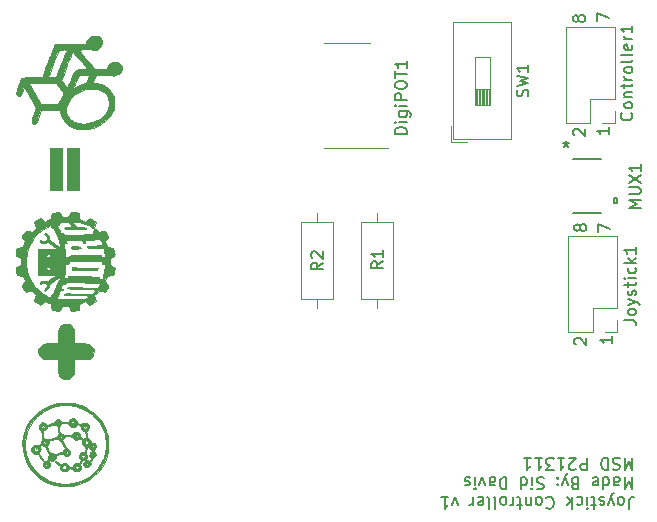
<source format=gbr>
%TF.GenerationSoftware,KiCad,Pcbnew,(5.1.9)-1*%
%TF.CreationDate,2021-02-03T21:02:23-05:00*%
%TF.ProjectId,JoystickCtrl,4a6f7973-7469-4636-9b43-74726c2e6b69,rev?*%
%TF.SameCoordinates,Original*%
%TF.FileFunction,Legend,Top*%
%TF.FilePolarity,Positive*%
%FSLAX46Y46*%
G04 Gerber Fmt 4.6, Leading zero omitted, Abs format (unit mm)*
G04 Created by KiCad (PCBNEW (5.1.9)-1) date 2021-02-03 21:02:23*
%MOMM*%
%LPD*%
G01*
G04 APERTURE LIST*
%ADD10C,0.150000*%
%ADD11C,0.010000*%
%ADD12C,0.120000*%
%ADD13C,0.152400*%
G04 APERTURE END LIST*
D10*
X176278690Y-122597619D02*
X176278690Y-121883333D01*
X176326309Y-121740476D01*
X176421547Y-121645238D01*
X176564404Y-121597619D01*
X176659642Y-121597619D01*
X175659642Y-121597619D02*
X175754880Y-121645238D01*
X175802500Y-121692857D01*
X175850119Y-121788095D01*
X175850119Y-122073809D01*
X175802500Y-122169047D01*
X175754880Y-122216666D01*
X175659642Y-122264285D01*
X175516785Y-122264285D01*
X175421547Y-122216666D01*
X175373928Y-122169047D01*
X175326309Y-122073809D01*
X175326309Y-121788095D01*
X175373928Y-121692857D01*
X175421547Y-121645238D01*
X175516785Y-121597619D01*
X175659642Y-121597619D01*
X174992976Y-122264285D02*
X174754880Y-121597619D01*
X174516785Y-122264285D02*
X174754880Y-121597619D01*
X174850119Y-121359523D01*
X174897738Y-121311904D01*
X174992976Y-121264285D01*
X174183452Y-121645238D02*
X174088214Y-121597619D01*
X173897738Y-121597619D01*
X173802500Y-121645238D01*
X173754880Y-121740476D01*
X173754880Y-121788095D01*
X173802500Y-121883333D01*
X173897738Y-121930952D01*
X174040595Y-121930952D01*
X174135833Y-121978571D01*
X174183452Y-122073809D01*
X174183452Y-122121428D01*
X174135833Y-122216666D01*
X174040595Y-122264285D01*
X173897738Y-122264285D01*
X173802500Y-122216666D01*
X173469166Y-122264285D02*
X173088214Y-122264285D01*
X173326309Y-122597619D02*
X173326309Y-121740476D01*
X173278690Y-121645238D01*
X173183452Y-121597619D01*
X173088214Y-121597619D01*
X172754880Y-121597619D02*
X172754880Y-122264285D01*
X172754880Y-122597619D02*
X172802500Y-122550000D01*
X172754880Y-122502380D01*
X172707261Y-122550000D01*
X172754880Y-122597619D01*
X172754880Y-122502380D01*
X171850119Y-121645238D02*
X171945357Y-121597619D01*
X172135833Y-121597619D01*
X172231071Y-121645238D01*
X172278690Y-121692857D01*
X172326309Y-121788095D01*
X172326309Y-122073809D01*
X172278690Y-122169047D01*
X172231071Y-122216666D01*
X172135833Y-122264285D01*
X171945357Y-122264285D01*
X171850119Y-122216666D01*
X171421547Y-121597619D02*
X171421547Y-122597619D01*
X171326309Y-121978571D02*
X171040595Y-121597619D01*
X171040595Y-122264285D02*
X171421547Y-121883333D01*
X169278690Y-121692857D02*
X169326309Y-121645238D01*
X169469166Y-121597619D01*
X169564404Y-121597619D01*
X169707261Y-121645238D01*
X169802500Y-121740476D01*
X169850119Y-121835714D01*
X169897738Y-122026190D01*
X169897738Y-122169047D01*
X169850119Y-122359523D01*
X169802500Y-122454761D01*
X169707261Y-122550000D01*
X169564404Y-122597619D01*
X169469166Y-122597619D01*
X169326309Y-122550000D01*
X169278690Y-122502380D01*
X168707261Y-121597619D02*
X168802500Y-121645238D01*
X168850119Y-121692857D01*
X168897738Y-121788095D01*
X168897738Y-122073809D01*
X168850119Y-122169047D01*
X168802500Y-122216666D01*
X168707261Y-122264285D01*
X168564404Y-122264285D01*
X168469166Y-122216666D01*
X168421547Y-122169047D01*
X168373928Y-122073809D01*
X168373928Y-121788095D01*
X168421547Y-121692857D01*
X168469166Y-121645238D01*
X168564404Y-121597619D01*
X168707261Y-121597619D01*
X167945357Y-122264285D02*
X167945357Y-121597619D01*
X167945357Y-122169047D02*
X167897738Y-122216666D01*
X167802500Y-122264285D01*
X167659642Y-122264285D01*
X167564404Y-122216666D01*
X167516785Y-122121428D01*
X167516785Y-121597619D01*
X167183452Y-122264285D02*
X166802500Y-122264285D01*
X167040595Y-122597619D02*
X167040595Y-121740476D01*
X166992976Y-121645238D01*
X166897738Y-121597619D01*
X166802500Y-121597619D01*
X166469166Y-121597619D02*
X166469166Y-122264285D01*
X166469166Y-122073809D02*
X166421547Y-122169047D01*
X166373928Y-122216666D01*
X166278690Y-122264285D01*
X166183452Y-122264285D01*
X165707261Y-121597619D02*
X165802500Y-121645238D01*
X165850119Y-121692857D01*
X165897738Y-121788095D01*
X165897738Y-122073809D01*
X165850119Y-122169047D01*
X165802500Y-122216666D01*
X165707261Y-122264285D01*
X165564404Y-122264285D01*
X165469166Y-122216666D01*
X165421547Y-122169047D01*
X165373928Y-122073809D01*
X165373928Y-121788095D01*
X165421547Y-121692857D01*
X165469166Y-121645238D01*
X165564404Y-121597619D01*
X165707261Y-121597619D01*
X164802500Y-121597619D02*
X164897738Y-121645238D01*
X164945357Y-121740476D01*
X164945357Y-122597619D01*
X164278690Y-121597619D02*
X164373928Y-121645238D01*
X164421547Y-121740476D01*
X164421547Y-122597619D01*
X163516785Y-121645238D02*
X163612023Y-121597619D01*
X163802500Y-121597619D01*
X163897738Y-121645238D01*
X163945357Y-121740476D01*
X163945357Y-122121428D01*
X163897738Y-122216666D01*
X163802500Y-122264285D01*
X163612023Y-122264285D01*
X163516785Y-122216666D01*
X163469166Y-122121428D01*
X163469166Y-122026190D01*
X163945357Y-121930952D01*
X163040595Y-121597619D02*
X163040595Y-122264285D01*
X163040595Y-122073809D02*
X162992976Y-122169047D01*
X162945357Y-122216666D01*
X162850119Y-122264285D01*
X162754880Y-122264285D01*
X161754880Y-122264285D02*
X161516785Y-121597619D01*
X161278690Y-122264285D01*
X160373928Y-121597619D02*
X160945357Y-121597619D01*
X160659642Y-121597619D02*
X160659642Y-122597619D01*
X160754880Y-122454761D01*
X160850119Y-122359523D01*
X160945357Y-122311904D01*
X176564404Y-119947619D02*
X176564404Y-120947619D01*
X176231071Y-120233333D01*
X175897738Y-120947619D01*
X175897738Y-119947619D01*
X174992976Y-119947619D02*
X174992976Y-120471428D01*
X175040595Y-120566666D01*
X175135833Y-120614285D01*
X175326309Y-120614285D01*
X175421547Y-120566666D01*
X174992976Y-119995238D02*
X175088214Y-119947619D01*
X175326309Y-119947619D01*
X175421547Y-119995238D01*
X175469166Y-120090476D01*
X175469166Y-120185714D01*
X175421547Y-120280952D01*
X175326309Y-120328571D01*
X175088214Y-120328571D01*
X174992976Y-120376190D01*
X174088214Y-119947619D02*
X174088214Y-120947619D01*
X174088214Y-119995238D02*
X174183452Y-119947619D01*
X174373928Y-119947619D01*
X174469166Y-119995238D01*
X174516785Y-120042857D01*
X174564404Y-120138095D01*
X174564404Y-120423809D01*
X174516785Y-120519047D01*
X174469166Y-120566666D01*
X174373928Y-120614285D01*
X174183452Y-120614285D01*
X174088214Y-120566666D01*
X173231071Y-119995238D02*
X173326309Y-119947619D01*
X173516785Y-119947619D01*
X173612023Y-119995238D01*
X173659642Y-120090476D01*
X173659642Y-120471428D01*
X173612023Y-120566666D01*
X173516785Y-120614285D01*
X173326309Y-120614285D01*
X173231071Y-120566666D01*
X173183452Y-120471428D01*
X173183452Y-120376190D01*
X173659642Y-120280952D01*
X171659642Y-120471428D02*
X171516785Y-120423809D01*
X171469166Y-120376190D01*
X171421547Y-120280952D01*
X171421547Y-120138095D01*
X171469166Y-120042857D01*
X171516785Y-119995238D01*
X171612023Y-119947619D01*
X171992976Y-119947619D01*
X171992976Y-120947619D01*
X171659642Y-120947619D01*
X171564404Y-120900000D01*
X171516785Y-120852380D01*
X171469166Y-120757142D01*
X171469166Y-120661904D01*
X171516785Y-120566666D01*
X171564404Y-120519047D01*
X171659642Y-120471428D01*
X171992976Y-120471428D01*
X171088214Y-120614285D02*
X170850119Y-119947619D01*
X170612023Y-120614285D02*
X170850119Y-119947619D01*
X170945357Y-119709523D01*
X170992976Y-119661904D01*
X171088214Y-119614285D01*
X170231071Y-120042857D02*
X170183452Y-119995238D01*
X170231071Y-119947619D01*
X170278690Y-119995238D01*
X170231071Y-120042857D01*
X170231071Y-119947619D01*
X170231071Y-120566666D02*
X170183452Y-120519047D01*
X170231071Y-120471428D01*
X170278690Y-120519047D01*
X170231071Y-120566666D01*
X170231071Y-120471428D01*
X169040595Y-119995238D02*
X168897738Y-119947619D01*
X168659642Y-119947619D01*
X168564404Y-119995238D01*
X168516785Y-120042857D01*
X168469166Y-120138095D01*
X168469166Y-120233333D01*
X168516785Y-120328571D01*
X168564404Y-120376190D01*
X168659642Y-120423809D01*
X168850119Y-120471428D01*
X168945357Y-120519047D01*
X168992976Y-120566666D01*
X169040595Y-120661904D01*
X169040595Y-120757142D01*
X168992976Y-120852380D01*
X168945357Y-120900000D01*
X168850119Y-120947619D01*
X168612023Y-120947619D01*
X168469166Y-120900000D01*
X168040595Y-119947619D02*
X168040595Y-120614285D01*
X168040595Y-120947619D02*
X168088214Y-120900000D01*
X168040595Y-120852380D01*
X167992976Y-120900000D01*
X168040595Y-120947619D01*
X168040595Y-120852380D01*
X167135833Y-119947619D02*
X167135833Y-120947619D01*
X167135833Y-119995238D02*
X167231071Y-119947619D01*
X167421547Y-119947619D01*
X167516785Y-119995238D01*
X167564404Y-120042857D01*
X167612023Y-120138095D01*
X167612023Y-120423809D01*
X167564404Y-120519047D01*
X167516785Y-120566666D01*
X167421547Y-120614285D01*
X167231071Y-120614285D01*
X167135833Y-120566666D01*
X165897738Y-119947619D02*
X165897738Y-120947619D01*
X165659642Y-120947619D01*
X165516785Y-120900000D01*
X165421547Y-120804761D01*
X165373928Y-120709523D01*
X165326309Y-120519047D01*
X165326309Y-120376190D01*
X165373928Y-120185714D01*
X165421547Y-120090476D01*
X165516785Y-119995238D01*
X165659642Y-119947619D01*
X165897738Y-119947619D01*
X164469166Y-119947619D02*
X164469166Y-120471428D01*
X164516785Y-120566666D01*
X164612023Y-120614285D01*
X164802500Y-120614285D01*
X164897738Y-120566666D01*
X164469166Y-119995238D02*
X164564404Y-119947619D01*
X164802500Y-119947619D01*
X164897738Y-119995238D01*
X164945357Y-120090476D01*
X164945357Y-120185714D01*
X164897738Y-120280952D01*
X164802500Y-120328571D01*
X164564404Y-120328571D01*
X164469166Y-120376190D01*
X164088214Y-120614285D02*
X163850119Y-119947619D01*
X163612023Y-120614285D01*
X163231071Y-119947619D02*
X163231071Y-120614285D01*
X163231071Y-120947619D02*
X163278690Y-120900000D01*
X163231071Y-120852380D01*
X163183452Y-120900000D01*
X163231071Y-120947619D01*
X163231071Y-120852380D01*
X162802500Y-119995238D02*
X162707261Y-119947619D01*
X162516785Y-119947619D01*
X162421547Y-119995238D01*
X162373928Y-120090476D01*
X162373928Y-120138095D01*
X162421547Y-120233333D01*
X162516785Y-120280952D01*
X162659642Y-120280952D01*
X162754880Y-120328571D01*
X162802500Y-120423809D01*
X162802500Y-120471428D01*
X162754880Y-120566666D01*
X162659642Y-120614285D01*
X162516785Y-120614285D01*
X162421547Y-120566666D01*
X176564404Y-118297619D02*
X176564404Y-119297619D01*
X176231071Y-118583333D01*
X175897738Y-119297619D01*
X175897738Y-118297619D01*
X175469166Y-118345238D02*
X175326309Y-118297619D01*
X175088214Y-118297619D01*
X174992976Y-118345238D01*
X174945357Y-118392857D01*
X174897738Y-118488095D01*
X174897738Y-118583333D01*
X174945357Y-118678571D01*
X174992976Y-118726190D01*
X175088214Y-118773809D01*
X175278690Y-118821428D01*
X175373928Y-118869047D01*
X175421547Y-118916666D01*
X175469166Y-119011904D01*
X175469166Y-119107142D01*
X175421547Y-119202380D01*
X175373928Y-119250000D01*
X175278690Y-119297619D01*
X175040595Y-119297619D01*
X174897738Y-119250000D01*
X174469166Y-118297619D02*
X174469166Y-119297619D01*
X174231071Y-119297619D01*
X174088214Y-119250000D01*
X173992976Y-119154761D01*
X173945357Y-119059523D01*
X173897738Y-118869047D01*
X173897738Y-118726190D01*
X173945357Y-118535714D01*
X173992976Y-118440476D01*
X174088214Y-118345238D01*
X174231071Y-118297619D01*
X174469166Y-118297619D01*
X172707261Y-118297619D02*
X172707261Y-119297619D01*
X172326309Y-119297619D01*
X172231071Y-119250000D01*
X172183452Y-119202380D01*
X172135833Y-119107142D01*
X172135833Y-118964285D01*
X172183452Y-118869047D01*
X172231071Y-118821428D01*
X172326309Y-118773809D01*
X172707261Y-118773809D01*
X171754880Y-119202380D02*
X171707261Y-119250000D01*
X171612023Y-119297619D01*
X171373928Y-119297619D01*
X171278690Y-119250000D01*
X171231071Y-119202380D01*
X171183452Y-119107142D01*
X171183452Y-119011904D01*
X171231071Y-118869047D01*
X171802500Y-118297619D01*
X171183452Y-118297619D01*
X170231071Y-118297619D02*
X170802500Y-118297619D01*
X170516785Y-118297619D02*
X170516785Y-119297619D01*
X170612023Y-119154761D01*
X170707261Y-119059523D01*
X170802500Y-119011904D01*
X169897738Y-119297619D02*
X169278690Y-119297619D01*
X169612023Y-118916666D01*
X169469166Y-118916666D01*
X169373928Y-118869047D01*
X169326309Y-118821428D01*
X169278690Y-118726190D01*
X169278690Y-118488095D01*
X169326309Y-118392857D01*
X169373928Y-118345238D01*
X169469166Y-118297619D01*
X169754880Y-118297619D01*
X169850119Y-118345238D01*
X169897738Y-118392857D01*
X168326309Y-118297619D02*
X168897738Y-118297619D01*
X168612023Y-118297619D02*
X168612023Y-119297619D01*
X168707261Y-119154761D01*
X168802500Y-119059523D01*
X168897738Y-119011904D01*
X167373928Y-118297619D02*
X167945357Y-118297619D01*
X167659642Y-118297619D02*
X167659642Y-119297619D01*
X167754880Y-119154761D01*
X167850119Y-119059523D01*
X167945357Y-119011904D01*
X171980952Y-81195238D02*
X171933333Y-81290476D01*
X171885714Y-81338095D01*
X171790476Y-81385714D01*
X171742857Y-81385714D01*
X171647619Y-81338095D01*
X171600000Y-81290476D01*
X171552380Y-81195238D01*
X171552380Y-81004761D01*
X171600000Y-80909523D01*
X171647619Y-80861904D01*
X171742857Y-80814285D01*
X171790476Y-80814285D01*
X171885714Y-80861904D01*
X171933333Y-80909523D01*
X171980952Y-81004761D01*
X171980952Y-81195238D01*
X172028571Y-81290476D01*
X172076190Y-81338095D01*
X172171428Y-81385714D01*
X172361904Y-81385714D01*
X172457142Y-81338095D01*
X172504761Y-81290476D01*
X172552380Y-81195238D01*
X172552380Y-81004761D01*
X172504761Y-80909523D01*
X172457142Y-80861904D01*
X172361904Y-80814285D01*
X172171428Y-80814285D01*
X172076190Y-80861904D01*
X172028571Y-80909523D01*
X171980952Y-81004761D01*
X173552380Y-81333333D02*
X173552380Y-80666666D01*
X174552380Y-81095238D01*
X171647619Y-90985714D02*
X171600000Y-90938095D01*
X171552380Y-90842857D01*
X171552380Y-90604761D01*
X171600000Y-90509523D01*
X171647619Y-90461904D01*
X171742857Y-90414285D01*
X171838095Y-90414285D01*
X171980952Y-90461904D01*
X172552380Y-91033333D01*
X172552380Y-90414285D01*
X174552380Y-90314285D02*
X174552380Y-90885714D01*
X174552380Y-90600000D02*
X173552380Y-90600000D01*
X173695238Y-90695238D01*
X173790476Y-90790476D01*
X173838095Y-90885714D01*
X172080952Y-98895238D02*
X172033333Y-98990476D01*
X171985714Y-99038095D01*
X171890476Y-99085714D01*
X171842857Y-99085714D01*
X171747619Y-99038095D01*
X171700000Y-98990476D01*
X171652380Y-98895238D01*
X171652380Y-98704761D01*
X171700000Y-98609523D01*
X171747619Y-98561904D01*
X171842857Y-98514285D01*
X171890476Y-98514285D01*
X171985714Y-98561904D01*
X172033333Y-98609523D01*
X172080952Y-98704761D01*
X172080952Y-98895238D01*
X172128571Y-98990476D01*
X172176190Y-99038095D01*
X172271428Y-99085714D01*
X172461904Y-99085714D01*
X172557142Y-99038095D01*
X172604761Y-98990476D01*
X172652380Y-98895238D01*
X172652380Y-98704761D01*
X172604761Y-98609523D01*
X172557142Y-98561904D01*
X172461904Y-98514285D01*
X172271428Y-98514285D01*
X172176190Y-98561904D01*
X172128571Y-98609523D01*
X172080952Y-98704761D01*
X173652380Y-99133333D02*
X173652380Y-98466666D01*
X174652380Y-98895238D01*
X171747619Y-108685714D02*
X171700000Y-108638095D01*
X171652380Y-108542857D01*
X171652380Y-108304761D01*
X171700000Y-108209523D01*
X171747619Y-108161904D01*
X171842857Y-108114285D01*
X171938095Y-108114285D01*
X172080952Y-108161904D01*
X172652380Y-108733333D01*
X172652380Y-108114285D01*
X174852380Y-108014285D02*
X174852380Y-108585714D01*
X174852380Y-108300000D02*
X173852380Y-108300000D01*
X173995238Y-108395238D01*
X174090476Y-108490476D01*
X174138095Y-108585714D01*
D11*
%TO.C,G\u002A\u002A\u002A*%
G36*
X124395928Y-87332571D02*
G01*
X124432372Y-87202287D01*
X124481296Y-87056150D01*
X124550665Y-86860213D01*
X124626414Y-86640537D01*
X124675461Y-86494776D01*
X124731658Y-86342402D01*
X124788161Y-86217144D01*
X124832829Y-86145888D01*
X124833188Y-86145526D01*
X124869595Y-86123281D01*
X124935359Y-86106755D01*
X125041372Y-86095190D01*
X125198524Y-86087827D01*
X125417705Y-86083907D01*
X125709806Y-86082672D01*
X125735549Y-86082666D01*
X126575051Y-86082666D01*
X126617678Y-85966250D01*
X126717917Y-85694667D01*
X126828776Y-85398042D01*
X126946265Y-85086699D01*
X127066391Y-84770961D01*
X127185165Y-84461153D01*
X127298595Y-84167598D01*
X127402690Y-83900621D01*
X127493460Y-83670544D01*
X127566914Y-83487693D01*
X127619061Y-83362390D01*
X127645909Y-83304961D01*
X127647101Y-83303285D01*
X127676718Y-83286617D01*
X127740198Y-83273356D01*
X127845505Y-83263168D01*
X128000604Y-83255717D01*
X128213458Y-83250667D01*
X128492033Y-83247682D01*
X128844292Y-83246427D01*
X128998153Y-83246333D01*
X130301939Y-83246333D01*
X130327884Y-83128207D01*
X130416458Y-82909080D01*
X130568379Y-82736091D01*
X130770248Y-82619617D01*
X131008670Y-82570033D01*
X131049916Y-82569000D01*
X131276490Y-82602877D01*
X131454697Y-82695190D01*
X131580041Y-82831963D01*
X131648027Y-82999218D01*
X131654161Y-83182977D01*
X131593945Y-83369265D01*
X131462887Y-83544103D01*
X131385096Y-83611169D01*
X131224876Y-83733166D01*
X130423131Y-83718245D01*
X130153717Y-83715148D01*
X129930652Y-83716425D01*
X129763818Y-83721783D01*
X129663095Y-83730925D01*
X129636943Y-83741749D01*
X129668200Y-83782701D01*
X129748097Y-83877996D01*
X129868959Y-84018752D01*
X130023115Y-84196086D01*
X130202890Y-84401116D01*
X130372078Y-84592753D01*
X131091656Y-85405333D01*
X131995434Y-85405333D01*
X132043412Y-85259959D01*
X132129540Y-85105536D01*
X132271999Y-84955891D01*
X132444488Y-84834256D01*
X132599008Y-84769164D01*
X132834611Y-84741018D01*
X133041255Y-84792088D01*
X133216072Y-84917605D01*
X133327705Y-85081865D01*
X133358295Y-85268025D01*
X133307453Y-85472234D01*
X133278108Y-85532994D01*
X133151564Y-85693361D01*
X132972611Y-85822869D01*
X132770298Y-85904794D01*
X132598203Y-85924368D01*
X132485959Y-85919181D01*
X132310224Y-85911672D01*
X132092112Y-85902719D01*
X131852736Y-85893197D01*
X131765826Y-85889814D01*
X131127485Y-85865124D01*
X130978724Y-86196145D01*
X130829962Y-86527166D01*
X131127683Y-86577400D01*
X131552600Y-86682322D01*
X131914632Y-86843445D01*
X132214851Y-87061491D01*
X132454328Y-87337183D01*
X132582841Y-87557574D01*
X132636904Y-87675926D01*
X132671405Y-87781835D01*
X132690640Y-87900345D01*
X132698899Y-88056500D01*
X132700500Y-88243862D01*
X132699058Y-88447071D01*
X132690897Y-88592812D01*
X132670260Y-88708281D01*
X132631394Y-88820669D01*
X132568544Y-88957173D01*
X132535176Y-89025068D01*
X132311425Y-89387630D01*
X132026673Y-89705499D01*
X131691959Y-89974665D01*
X131318320Y-90191117D01*
X130916795Y-90350847D01*
X130498421Y-90449844D01*
X130074235Y-90484099D01*
X130035938Y-90480946D01*
X130035938Y-90016419D01*
X130428937Y-89983366D01*
X130832068Y-89875230D01*
X131095414Y-89764875D01*
X131442271Y-89564625D01*
X131733730Y-89327190D01*
X131965096Y-89060750D01*
X132131676Y-88773484D01*
X132228775Y-88473572D01*
X132251699Y-88169195D01*
X132195754Y-87868531D01*
X132191319Y-87855253D01*
X132063778Y-87600540D01*
X131867947Y-87390407D01*
X131634757Y-87237858D01*
X131305561Y-87098262D01*
X130971759Y-87028954D01*
X130615548Y-87027820D01*
X130287500Y-87077686D01*
X129892200Y-87197309D01*
X129527409Y-87379413D01*
X129205526Y-87614840D01*
X129180818Y-87640754D01*
X129180818Y-87000929D01*
X129221560Y-86989286D01*
X129314902Y-86946235D01*
X129423032Y-86890410D01*
X129586209Y-86813324D01*
X129785869Y-86733658D01*
X129962288Y-86673910D01*
X130272076Y-86580676D01*
X130434891Y-86236421D01*
X130507202Y-86083231D01*
X130563890Y-85962572D01*
X130596616Y-85892226D01*
X130601353Y-85881583D01*
X130563490Y-85877251D01*
X130458222Y-85873777D01*
X130302808Y-85871572D01*
X130158424Y-85871000D01*
X129711848Y-85871000D01*
X129439960Y-86429592D01*
X129345093Y-86626999D01*
X129266409Y-86795545D01*
X129210099Y-86921582D01*
X129182353Y-86991460D01*
X129180818Y-87000929D01*
X129180818Y-87640754D01*
X128938951Y-87894431D01*
X128740085Y-88209029D01*
X128731450Y-88226971D01*
X128654841Y-88403428D01*
X128654764Y-88403698D01*
X128654764Y-86927626D01*
X128679996Y-86890821D01*
X128734999Y-86789821D01*
X128813404Y-86636996D01*
X128908840Y-86444717D01*
X128996333Y-86264214D01*
X129105784Y-86039630D01*
X129208280Y-85835772D01*
X129296077Y-85667559D01*
X129361429Y-85549913D01*
X129390989Y-85503922D01*
X129429378Y-85461418D01*
X129476478Y-85433268D01*
X129549126Y-85416532D01*
X129664160Y-85408269D01*
X129838419Y-85405541D01*
X129955669Y-85405333D01*
X130443193Y-85405333D01*
X130327613Y-85267750D01*
X130262853Y-85192133D01*
X130153412Y-85065949D01*
X130010585Y-84902153D01*
X129845668Y-84713699D01*
X129681751Y-84526960D01*
X129516069Y-84339559D01*
X129370546Y-84176988D01*
X129253918Y-84048841D01*
X129174926Y-83964714D01*
X129142306Y-83934203D01*
X129142008Y-83934293D01*
X129115368Y-83985317D01*
X129064011Y-84102088D01*
X128992621Y-84272679D01*
X128905881Y-84485161D01*
X128808473Y-84727604D01*
X128705079Y-84988081D01*
X128600383Y-85254662D01*
X128499068Y-85515418D01*
X128405815Y-85758421D01*
X128325309Y-85971742D01*
X128262231Y-86143452D01*
X128221264Y-86261623D01*
X128207091Y-86314325D01*
X128207279Y-86315421D01*
X128242521Y-86378540D01*
X128310675Y-86481505D01*
X128397773Y-86605209D01*
X128489850Y-86730543D01*
X128572938Y-86838401D01*
X128633071Y-86909676D01*
X128654764Y-86927626D01*
X128654764Y-88403698D01*
X128613468Y-88549008D01*
X128597914Y-88704769D01*
X128596985Y-88813166D01*
X128634306Y-89116207D01*
X128741837Y-89376418D01*
X128922227Y-89597641D01*
X129178122Y-89783715D01*
X129315418Y-89855490D01*
X129661842Y-89973942D01*
X130035938Y-90016419D01*
X130035938Y-90480946D01*
X129655276Y-90449602D01*
X129252581Y-90342344D01*
X129092896Y-90275543D01*
X128796276Y-90097517D01*
X128538799Y-89865701D01*
X128332233Y-89595094D01*
X128188343Y-89300699D01*
X128123689Y-89039853D01*
X128096183Y-88832506D01*
X127967326Y-88834393D01*
X127967326Y-88370567D01*
X128182331Y-87935700D01*
X128268123Y-87759053D01*
X128338235Y-87608762D01*
X128384920Y-87501832D01*
X128400501Y-87456790D01*
X128377810Y-87407760D01*
X128313565Y-87305629D01*
X128217319Y-87164796D01*
X128098625Y-86999661D01*
X128084542Y-86980540D01*
X127765417Y-86548333D01*
X127419417Y-86548333D01*
X127419417Y-86082607D01*
X127747500Y-86082547D01*
X128220358Y-84929024D01*
X128340311Y-84635578D01*
X128449294Y-84367391D01*
X128543283Y-84134490D01*
X128618252Y-83946907D01*
X128670179Y-83814669D01*
X128695038Y-83747807D01*
X128696608Y-83742102D01*
X128659137Y-83728449D01*
X128556119Y-83720437D01*
X128406552Y-83719173D01*
X128334046Y-83720935D01*
X127968092Y-83733166D01*
X127529712Y-84896990D01*
X127418688Y-85192099D01*
X127318004Y-85460409D01*
X127231356Y-85692016D01*
X127162441Y-85877015D01*
X127114954Y-86005502D01*
X127092591Y-86067572D01*
X127091333Y-86071740D01*
X127130272Y-86076881D01*
X127233518Y-86080704D01*
X127380712Y-86082538D01*
X127419417Y-86082607D01*
X127419417Y-86548333D01*
X126602875Y-86548333D01*
X126299088Y-86549440D01*
X126024964Y-86552563D01*
X125791312Y-86557408D01*
X125608939Y-86563679D01*
X125488652Y-86571081D01*
X125441258Y-86579318D01*
X125440938Y-86580083D01*
X125462114Y-86623759D01*
X125521260Y-86729389D01*
X125612326Y-86886603D01*
X125729266Y-87085029D01*
X125866032Y-87314298D01*
X125965544Y-87479666D01*
X126489546Y-88347500D01*
X127228436Y-88359034D01*
X127967326Y-88370567D01*
X127967326Y-88834393D01*
X127311318Y-88844003D01*
X126526452Y-88855500D01*
X126319856Y-89382984D01*
X126239816Y-89582943D01*
X126167039Y-89756719D01*
X126108697Y-89887740D01*
X126071961Y-89959435D01*
X126067946Y-89965068D01*
X125983737Y-90010158D01*
X125868569Y-90015053D01*
X125765358Y-89980923D01*
X125736558Y-89956036D01*
X125702200Y-89898527D01*
X125690036Y-89825029D01*
X125702608Y-89722840D01*
X125742457Y-89579255D01*
X125812127Y-89381569D01*
X125894280Y-89167656D01*
X126103713Y-88633146D01*
X125573850Y-87751496D01*
X125043986Y-86869846D01*
X124935243Y-87190671D01*
X124876398Y-87351810D01*
X124819318Y-87487206D01*
X124774739Y-87571790D01*
X124768400Y-87580248D01*
X124672601Y-87639153D01*
X124561209Y-87635151D01*
X124459781Y-87579329D01*
X124393876Y-87482773D01*
X124382000Y-87412650D01*
X124395928Y-87332571D01*
G37*
X124395928Y-87332571D02*
X124432372Y-87202287D01*
X124481296Y-87056150D01*
X124550665Y-86860213D01*
X124626414Y-86640537D01*
X124675461Y-86494776D01*
X124731658Y-86342402D01*
X124788161Y-86217144D01*
X124832829Y-86145888D01*
X124833188Y-86145526D01*
X124869595Y-86123281D01*
X124935359Y-86106755D01*
X125041372Y-86095190D01*
X125198524Y-86087827D01*
X125417705Y-86083907D01*
X125709806Y-86082672D01*
X125735549Y-86082666D01*
X126575051Y-86082666D01*
X126617678Y-85966250D01*
X126717917Y-85694667D01*
X126828776Y-85398042D01*
X126946265Y-85086699D01*
X127066391Y-84770961D01*
X127185165Y-84461153D01*
X127298595Y-84167598D01*
X127402690Y-83900621D01*
X127493460Y-83670544D01*
X127566914Y-83487693D01*
X127619061Y-83362390D01*
X127645909Y-83304961D01*
X127647101Y-83303285D01*
X127676718Y-83286617D01*
X127740198Y-83273356D01*
X127845505Y-83263168D01*
X128000604Y-83255717D01*
X128213458Y-83250667D01*
X128492033Y-83247682D01*
X128844292Y-83246427D01*
X128998153Y-83246333D01*
X130301939Y-83246333D01*
X130327884Y-83128207D01*
X130416458Y-82909080D01*
X130568379Y-82736091D01*
X130770248Y-82619617D01*
X131008670Y-82570033D01*
X131049916Y-82569000D01*
X131276490Y-82602877D01*
X131454697Y-82695190D01*
X131580041Y-82831963D01*
X131648027Y-82999218D01*
X131654161Y-83182977D01*
X131593945Y-83369265D01*
X131462887Y-83544103D01*
X131385096Y-83611169D01*
X131224876Y-83733166D01*
X130423131Y-83718245D01*
X130153717Y-83715148D01*
X129930652Y-83716425D01*
X129763818Y-83721783D01*
X129663095Y-83730925D01*
X129636943Y-83741749D01*
X129668200Y-83782701D01*
X129748097Y-83877996D01*
X129868959Y-84018752D01*
X130023115Y-84196086D01*
X130202890Y-84401116D01*
X130372078Y-84592753D01*
X131091656Y-85405333D01*
X131995434Y-85405333D01*
X132043412Y-85259959D01*
X132129540Y-85105536D01*
X132271999Y-84955891D01*
X132444488Y-84834256D01*
X132599008Y-84769164D01*
X132834611Y-84741018D01*
X133041255Y-84792088D01*
X133216072Y-84917605D01*
X133327705Y-85081865D01*
X133358295Y-85268025D01*
X133307453Y-85472234D01*
X133278108Y-85532994D01*
X133151564Y-85693361D01*
X132972611Y-85822869D01*
X132770298Y-85904794D01*
X132598203Y-85924368D01*
X132485959Y-85919181D01*
X132310224Y-85911672D01*
X132092112Y-85902719D01*
X131852736Y-85893197D01*
X131765826Y-85889814D01*
X131127485Y-85865124D01*
X130978724Y-86196145D01*
X130829962Y-86527166D01*
X131127683Y-86577400D01*
X131552600Y-86682322D01*
X131914632Y-86843445D01*
X132214851Y-87061491D01*
X132454328Y-87337183D01*
X132582841Y-87557574D01*
X132636904Y-87675926D01*
X132671405Y-87781835D01*
X132690640Y-87900345D01*
X132698899Y-88056500D01*
X132700500Y-88243862D01*
X132699058Y-88447071D01*
X132690897Y-88592812D01*
X132670260Y-88708281D01*
X132631394Y-88820669D01*
X132568544Y-88957173D01*
X132535176Y-89025068D01*
X132311425Y-89387630D01*
X132026673Y-89705499D01*
X131691959Y-89974665D01*
X131318320Y-90191117D01*
X130916795Y-90350847D01*
X130498421Y-90449844D01*
X130074235Y-90484099D01*
X130035938Y-90480946D01*
X130035938Y-90016419D01*
X130428937Y-89983366D01*
X130832068Y-89875230D01*
X131095414Y-89764875D01*
X131442271Y-89564625D01*
X131733730Y-89327190D01*
X131965096Y-89060750D01*
X132131676Y-88773484D01*
X132228775Y-88473572D01*
X132251699Y-88169195D01*
X132195754Y-87868531D01*
X132191319Y-87855253D01*
X132063778Y-87600540D01*
X131867947Y-87390407D01*
X131634757Y-87237858D01*
X131305561Y-87098262D01*
X130971759Y-87028954D01*
X130615548Y-87027820D01*
X130287500Y-87077686D01*
X129892200Y-87197309D01*
X129527409Y-87379413D01*
X129205526Y-87614840D01*
X129180818Y-87640754D01*
X129180818Y-87000929D01*
X129221560Y-86989286D01*
X129314902Y-86946235D01*
X129423032Y-86890410D01*
X129586209Y-86813324D01*
X129785869Y-86733658D01*
X129962288Y-86673910D01*
X130272076Y-86580676D01*
X130434891Y-86236421D01*
X130507202Y-86083231D01*
X130563890Y-85962572D01*
X130596616Y-85892226D01*
X130601353Y-85881583D01*
X130563490Y-85877251D01*
X130458222Y-85873777D01*
X130302808Y-85871572D01*
X130158424Y-85871000D01*
X129711848Y-85871000D01*
X129439960Y-86429592D01*
X129345093Y-86626999D01*
X129266409Y-86795545D01*
X129210099Y-86921582D01*
X129182353Y-86991460D01*
X129180818Y-87000929D01*
X129180818Y-87640754D01*
X128938951Y-87894431D01*
X128740085Y-88209029D01*
X128731450Y-88226971D01*
X128654841Y-88403428D01*
X128654764Y-88403698D01*
X128654764Y-86927626D01*
X128679996Y-86890821D01*
X128734999Y-86789821D01*
X128813404Y-86636996D01*
X128908840Y-86444717D01*
X128996333Y-86264214D01*
X129105784Y-86039630D01*
X129208280Y-85835772D01*
X129296077Y-85667559D01*
X129361429Y-85549913D01*
X129390989Y-85503922D01*
X129429378Y-85461418D01*
X129476478Y-85433268D01*
X129549126Y-85416532D01*
X129664160Y-85408269D01*
X129838419Y-85405541D01*
X129955669Y-85405333D01*
X130443193Y-85405333D01*
X130327613Y-85267750D01*
X130262853Y-85192133D01*
X130153412Y-85065949D01*
X130010585Y-84902153D01*
X129845668Y-84713699D01*
X129681751Y-84526960D01*
X129516069Y-84339559D01*
X129370546Y-84176988D01*
X129253918Y-84048841D01*
X129174926Y-83964714D01*
X129142306Y-83934203D01*
X129142008Y-83934293D01*
X129115368Y-83985317D01*
X129064011Y-84102088D01*
X128992621Y-84272679D01*
X128905881Y-84485161D01*
X128808473Y-84727604D01*
X128705079Y-84988081D01*
X128600383Y-85254662D01*
X128499068Y-85515418D01*
X128405815Y-85758421D01*
X128325309Y-85971742D01*
X128262231Y-86143452D01*
X128221264Y-86261623D01*
X128207091Y-86314325D01*
X128207279Y-86315421D01*
X128242521Y-86378540D01*
X128310675Y-86481505D01*
X128397773Y-86605209D01*
X128489850Y-86730543D01*
X128572938Y-86838401D01*
X128633071Y-86909676D01*
X128654764Y-86927626D01*
X128654764Y-88403698D01*
X128613468Y-88549008D01*
X128597914Y-88704769D01*
X128596985Y-88813166D01*
X128634306Y-89116207D01*
X128741837Y-89376418D01*
X128922227Y-89597641D01*
X129178122Y-89783715D01*
X129315418Y-89855490D01*
X129661842Y-89973942D01*
X130035938Y-90016419D01*
X130035938Y-90480946D01*
X129655276Y-90449602D01*
X129252581Y-90342344D01*
X129092896Y-90275543D01*
X128796276Y-90097517D01*
X128538799Y-89865701D01*
X128332233Y-89595094D01*
X128188343Y-89300699D01*
X128123689Y-89039853D01*
X128096183Y-88832506D01*
X127967326Y-88834393D01*
X127967326Y-88370567D01*
X128182331Y-87935700D01*
X128268123Y-87759053D01*
X128338235Y-87608762D01*
X128384920Y-87501832D01*
X128400501Y-87456790D01*
X128377810Y-87407760D01*
X128313565Y-87305629D01*
X128217319Y-87164796D01*
X128098625Y-86999661D01*
X128084542Y-86980540D01*
X127765417Y-86548333D01*
X127419417Y-86548333D01*
X127419417Y-86082607D01*
X127747500Y-86082547D01*
X128220358Y-84929024D01*
X128340311Y-84635578D01*
X128449294Y-84367391D01*
X128543283Y-84134490D01*
X128618252Y-83946907D01*
X128670179Y-83814669D01*
X128695038Y-83747807D01*
X128696608Y-83742102D01*
X128659137Y-83728449D01*
X128556119Y-83720437D01*
X128406552Y-83719173D01*
X128334046Y-83720935D01*
X127968092Y-83733166D01*
X127529712Y-84896990D01*
X127418688Y-85192099D01*
X127318004Y-85460409D01*
X127231356Y-85692016D01*
X127162441Y-85877015D01*
X127114954Y-86005502D01*
X127092591Y-86067572D01*
X127091333Y-86071740D01*
X127130272Y-86076881D01*
X127233518Y-86080704D01*
X127380712Y-86082538D01*
X127419417Y-86082607D01*
X127419417Y-86548333D01*
X126602875Y-86548333D01*
X126299088Y-86549440D01*
X126024964Y-86552563D01*
X125791312Y-86557408D01*
X125608939Y-86563679D01*
X125488652Y-86571081D01*
X125441258Y-86579318D01*
X125440938Y-86580083D01*
X125462114Y-86623759D01*
X125521260Y-86729389D01*
X125612326Y-86886603D01*
X125729266Y-87085029D01*
X125866032Y-87314298D01*
X125965544Y-87479666D01*
X126489546Y-88347500D01*
X127228436Y-88359034D01*
X127967326Y-88370567D01*
X127967326Y-88834393D01*
X127311318Y-88844003D01*
X126526452Y-88855500D01*
X126319856Y-89382984D01*
X126239816Y-89582943D01*
X126167039Y-89756719D01*
X126108697Y-89887740D01*
X126071961Y-89959435D01*
X126067946Y-89965068D01*
X125983737Y-90010158D01*
X125868569Y-90015053D01*
X125765358Y-89980923D01*
X125736558Y-89956036D01*
X125702200Y-89898527D01*
X125690036Y-89825029D01*
X125702608Y-89722840D01*
X125742457Y-89579255D01*
X125812127Y-89381569D01*
X125894280Y-89167656D01*
X126103713Y-88633146D01*
X125573850Y-87751496D01*
X125043986Y-86869846D01*
X124935243Y-87190671D01*
X124876398Y-87351810D01*
X124819318Y-87487206D01*
X124774739Y-87571790D01*
X124768400Y-87580248D01*
X124672601Y-87639153D01*
X124561209Y-87635151D01*
X124459781Y-87579329D01*
X124393876Y-87482773D01*
X124382000Y-87412650D01*
X124395928Y-87332571D01*
G36*
X124367034Y-102171262D02*
G01*
X124427126Y-102112355D01*
X124531836Y-102054526D01*
X124551991Y-102044586D01*
X124763000Y-101941006D01*
X124763000Y-101379473D01*
X124551333Y-101280333D01*
X124439647Y-101223703D01*
X124373021Y-101168217D01*
X124345223Y-101093965D01*
X124350020Y-100981042D01*
X124381178Y-100809538D01*
X124390188Y-100765664D01*
X124440709Y-100521065D01*
X124633604Y-100495842D01*
X124762256Y-100478873D01*
X124859359Y-100465805D01*
X124881442Y-100462726D01*
X124926474Y-100422621D01*
X124988622Y-100326160D01*
X125045120Y-100213972D01*
X125153856Y-99973110D01*
X124997144Y-99781864D01*
X124906361Y-99655174D01*
X124868511Y-99564627D01*
X124872161Y-99535893D01*
X124911444Y-99472466D01*
X124980486Y-99364591D01*
X125044479Y-99266071D01*
X125185069Y-99050975D01*
X125442996Y-99113986D01*
X125700924Y-99176997D01*
X125873627Y-99004294D01*
X126046331Y-98831591D01*
X125983319Y-98573663D01*
X125920308Y-98315735D01*
X126135404Y-98175146D01*
X126259743Y-98094515D01*
X126360218Y-98030497D01*
X126405226Y-98002828D01*
X126471358Y-98010022D01*
X126580613Y-98073695D01*
X126651198Y-98127811D01*
X126842443Y-98284522D01*
X127083305Y-98175891D01*
X127220751Y-98107950D01*
X127296590Y-98050304D01*
X127329436Y-97986174D01*
X127335345Y-97948713D01*
X127353928Y-97770571D01*
X127377435Y-97657986D01*
X127418938Y-97592240D01*
X127491506Y-97554616D01*
X127608210Y-97526397D01*
X127633974Y-97521066D01*
X127818261Y-97485744D01*
X127940396Y-97475820D01*
X128020738Y-97497701D01*
X128079644Y-97557793D01*
X128137473Y-97662503D01*
X128147413Y-97682658D01*
X128250993Y-97893666D01*
X128812527Y-97893666D01*
X128911667Y-97682000D01*
X128968296Y-97570313D01*
X129023783Y-97503688D01*
X129098034Y-97475890D01*
X129210958Y-97480686D01*
X129382462Y-97511844D01*
X129426336Y-97520854D01*
X129670934Y-97571375D01*
X129696157Y-97764271D01*
X129713127Y-97892922D01*
X129726194Y-97990026D01*
X129729274Y-98012109D01*
X129769378Y-98057140D01*
X129865840Y-98119289D01*
X129978028Y-98175787D01*
X130218890Y-98284522D01*
X130410135Y-98127811D01*
X130536826Y-98037028D01*
X130627373Y-97999177D01*
X130656107Y-98002828D01*
X130719533Y-98042111D01*
X130827409Y-98111152D01*
X130925929Y-98175146D01*
X131141025Y-98315735D01*
X131078014Y-98573663D01*
X131015002Y-98831591D01*
X131187706Y-99004294D01*
X131360409Y-99176997D01*
X131618337Y-99113986D01*
X131876264Y-99050975D01*
X132016854Y-99266071D01*
X132097485Y-99390410D01*
X132161503Y-99490885D01*
X132189172Y-99535893D01*
X132181978Y-99602025D01*
X132118305Y-99711280D01*
X132064189Y-99781864D01*
X131907477Y-99973110D01*
X132016213Y-100213972D01*
X132081403Y-100341379D01*
X132142122Y-100431650D01*
X132179891Y-100462726D01*
X132253287Y-100472754D01*
X132373484Y-100488723D01*
X132427729Y-100495842D01*
X132620624Y-100521065D01*
X132671145Y-100765664D01*
X132706905Y-100951529D01*
X132717573Y-101074763D01*
X132696915Y-101155272D01*
X132638697Y-101212964D01*
X132536688Y-101267748D01*
X132510000Y-101280333D01*
X132298333Y-101379473D01*
X132298333Y-101941006D01*
X132509342Y-102044586D01*
X132623850Y-102108283D01*
X132691447Y-102175025D01*
X132717736Y-102264215D01*
X132708320Y-102395252D01*
X132668801Y-102587538D01*
X132667621Y-102592666D01*
X132638937Y-102709281D01*
X132616766Y-102785486D01*
X132610841Y-102799169D01*
X132565188Y-102812206D01*
X132460843Y-102829117D01*
X132361496Y-102841503D01*
X132125055Y-102867833D01*
X132016266Y-103108695D01*
X131907477Y-103349556D01*
X132064189Y-103540802D01*
X132154972Y-103667493D01*
X132192822Y-103758040D01*
X132189172Y-103786774D01*
X132149889Y-103850200D01*
X132080847Y-103958075D01*
X132016854Y-104056596D01*
X131876264Y-104271692D01*
X131618337Y-104208680D01*
X131491765Y-104177759D01*
X131491765Y-103185333D01*
X131602314Y-103177590D01*
X131660237Y-103140344D01*
X131697150Y-103052566D01*
X131698624Y-103047750D01*
X131750157Y-102859723D01*
X131802646Y-102637229D01*
X131850457Y-102407720D01*
X131887951Y-102198648D01*
X131909494Y-102037465D01*
X131911568Y-102010583D01*
X131903184Y-101946064D01*
X131851796Y-101919584D01*
X131769167Y-101915333D01*
X131669619Y-101908253D01*
X131628789Y-101872343D01*
X131621000Y-101788333D01*
X131621000Y-101661333D01*
X128827000Y-101661333D01*
X128827000Y-101764484D01*
X128811889Y-101838481D01*
X128750207Y-101872192D01*
X128689417Y-101880901D01*
X128551833Y-101894166D01*
X128530667Y-102192267D01*
X128530667Y-101322666D01*
X128700000Y-101322666D01*
X128811389Y-101315202D01*
X128860455Y-101285946D01*
X128869333Y-101241800D01*
X128878895Y-101201037D01*
X128918512Y-101173868D01*
X129004583Y-101155297D01*
X129153507Y-101140325D01*
X129218583Y-101135371D01*
X129363909Y-101127498D01*
X129576225Y-101119695D01*
X129837856Y-101112428D01*
X130131127Y-101106159D01*
X130438363Y-101101352D01*
X130573290Y-101099821D01*
X131578747Y-101089833D01*
X131578707Y-101206250D01*
X131588842Y-101286014D01*
X131636520Y-101317672D01*
X131719778Y-101322666D01*
X131807240Y-101320902D01*
X131865603Y-101307098D01*
X131897197Y-101268490D01*
X131904356Y-101192312D01*
X131889410Y-101065800D01*
X131854692Y-100876188D01*
X131827041Y-100735452D01*
X131782200Y-100508072D01*
X131098350Y-100523786D01*
X130843801Y-100529235D01*
X130661512Y-100531170D01*
X130539103Y-100528295D01*
X130464197Y-100519311D01*
X130424414Y-100502922D01*
X130407377Y-100477831D01*
X130401832Y-100450811D01*
X130401275Y-100411321D01*
X130422607Y-100384236D01*
X130480211Y-100365758D01*
X130588467Y-100352083D01*
X130761759Y-100339411D01*
X130842334Y-100334394D01*
X131058797Y-100322500D01*
X131270796Y-100313158D01*
X131447420Y-100307629D01*
X131522320Y-100306666D01*
X131749136Y-100306666D01*
X131679814Y-100147916D01*
X131629226Y-100020238D01*
X131593308Y-99908819D01*
X131589449Y-99892892D01*
X131579418Y-99857092D01*
X131559115Y-99831726D01*
X131515993Y-99815284D01*
X131437505Y-99806259D01*
X131311107Y-99803141D01*
X131124252Y-99804419D01*
X130885619Y-99808226D01*
X130202833Y-99819833D01*
X130216125Y-99957416D01*
X130217339Y-100052100D01*
X130184167Y-100089384D01*
X130124238Y-100095000D01*
X130044163Y-100076309D01*
X130000856Y-100004702D01*
X129989832Y-99961924D01*
X129960603Y-99828847D01*
X129552552Y-99855871D01*
X129335781Y-99868270D01*
X129114216Y-99877729D01*
X128926002Y-99882713D01*
X128876553Y-99883114D01*
X128770761Y-99883200D01*
X128770761Y-99456635D01*
X128950835Y-99450994D01*
X129188304Y-99439506D01*
X129491816Y-99422412D01*
X129870019Y-99399953D01*
X129927667Y-99396500D01*
X130214727Y-99379310D01*
X130472560Y-99363888D01*
X130689518Y-99350931D01*
X130853953Y-99341132D01*
X130954219Y-99335188D01*
X130980285Y-99333678D01*
X130971157Y-99302763D01*
X130927681Y-99229137D01*
X130926393Y-99227166D01*
X130882513Y-99152856D01*
X130894512Y-99125315D01*
X130963857Y-99121333D01*
X131045142Y-99111686D01*
X131061900Y-99076641D01*
X131012808Y-99007045D01*
X130936283Y-98930722D01*
X130722120Y-98741128D01*
X130543762Y-98609427D01*
X130406954Y-98539562D01*
X130351000Y-98528919D01*
X130243815Y-98506515D01*
X130121224Y-98452451D01*
X130106560Y-98443842D01*
X130020658Y-98401671D01*
X129917085Y-98375849D01*
X129773615Y-98362897D01*
X129568020Y-98359333D01*
X129566810Y-98359333D01*
X129394230Y-98360604D01*
X129258875Y-98364018D01*
X129179156Y-98368979D01*
X129165667Y-98372312D01*
X129192185Y-98407421D01*
X129261526Y-98486560D01*
X129353269Y-98586745D01*
X129540872Y-98788199D01*
X129885173Y-98779098D01*
X130077664Y-98778796D01*
X130202565Y-98791592D01*
X130276248Y-98819658D01*
X130292671Y-98833195D01*
X130310866Y-98860120D01*
X130295139Y-98879864D01*
X130233900Y-98894750D01*
X130115557Y-98907104D01*
X129928516Y-98919248D01*
X129838788Y-98924197D01*
X129587318Y-98935780D01*
X129318567Y-98945000D01*
X129070160Y-98950708D01*
X128927676Y-98952000D01*
X128739801Y-98950126D01*
X128618757Y-98942217D01*
X128546752Y-98924844D01*
X128505989Y-98894579D01*
X128488333Y-98867333D01*
X128470182Y-98824419D01*
X128482838Y-98799166D01*
X128541388Y-98786906D01*
X128660920Y-98782972D01*
X128762010Y-98782666D01*
X128914162Y-98778065D01*
X129026869Y-98765888D01*
X129079496Y-98748578D01*
X129081000Y-98744911D01*
X129056437Y-98692787D01*
X128993584Y-98600660D01*
X128943417Y-98535429D01*
X128805833Y-98363703D01*
X128371917Y-98361518D01*
X128147243Y-98365337D01*
X128004025Y-98379937D01*
X127939651Y-98406008D01*
X127951515Y-98444240D01*
X127980333Y-98465166D01*
X128021990Y-98518773D01*
X127990711Y-98561433D01*
X127938000Y-98571000D01*
X127870325Y-98588981D01*
X127860980Y-98648788D01*
X127909764Y-98759218D01*
X127932866Y-98798836D01*
X128001744Y-98933802D01*
X128060468Y-99081349D01*
X128063149Y-99089583D01*
X128106436Y-99194788D01*
X128162060Y-99239839D01*
X128238524Y-99248333D01*
X128347805Y-99273085D01*
X128411369Y-99354166D01*
X128428666Y-99388680D01*
X128451474Y-99415897D01*
X128488440Y-99436060D01*
X128548211Y-99449409D01*
X128639436Y-99456187D01*
X128770761Y-99456635D01*
X128770761Y-99883200D01*
X128608606Y-99883333D01*
X128636500Y-100010333D01*
X128648684Y-100098726D01*
X128616339Y-100132271D01*
X128534030Y-100137333D01*
X128464908Y-100137963D01*
X128425083Y-100150688D01*
X128411504Y-100191763D01*
X128421117Y-100277442D01*
X128450867Y-100423980D01*
X128466431Y-100497182D01*
X128500143Y-100697170D01*
X128523218Y-100911932D01*
X128529931Y-101058083D01*
X128530667Y-101322666D01*
X128530667Y-102192267D01*
X128524781Y-102275166D01*
X128506471Y-102473128D01*
X128481683Y-102662972D01*
X128454967Y-102811355D01*
X128447432Y-102842150D01*
X128422334Y-102980965D01*
X128447782Y-103060161D01*
X128534065Y-103094601D01*
X128625917Y-103100018D01*
X128711639Y-103086630D01*
X128740773Y-103029697D01*
X128742333Y-102994833D01*
X128740138Y-102963493D01*
X128739102Y-102938374D01*
X128747546Y-102919145D01*
X128773794Y-102905476D01*
X128826167Y-102897035D01*
X128912987Y-102893491D01*
X129042578Y-102894511D01*
X129223261Y-102899767D01*
X129463358Y-102908924D01*
X129771192Y-102921654D01*
X130155085Y-102937624D01*
X130167144Y-102938120D01*
X131401455Y-102988875D01*
X131364109Y-103087104D01*
X131346904Y-103150348D01*
X131372810Y-103178286D01*
X131460399Y-103185210D01*
X131491765Y-103185333D01*
X131491765Y-104177759D01*
X131360409Y-104145669D01*
X131015002Y-104491076D01*
X131078014Y-104749003D01*
X131141025Y-105006931D01*
X130925929Y-105147520D01*
X130801590Y-105228151D01*
X130701115Y-105292170D01*
X130656107Y-105319838D01*
X130589950Y-105312666D01*
X130480737Y-105249019D01*
X130410654Y-105195280D01*
X130229912Y-105047176D01*
X130229912Y-104878666D01*
X130417456Y-104749633D01*
X130522185Y-104670661D01*
X130590259Y-104606060D01*
X130605000Y-104580299D01*
X130564362Y-104565668D01*
X130449172Y-104553806D01*
X130269517Y-104545282D01*
X130035484Y-104540666D01*
X129891837Y-104540000D01*
X129617255Y-104538238D01*
X129337321Y-104533385D01*
X129077976Y-104526092D01*
X128865164Y-104517012D01*
X128788619Y-104512313D01*
X128607208Y-104498007D01*
X128497700Y-104484163D01*
X128447427Y-104467211D01*
X128443720Y-104443576D01*
X128462766Y-104420424D01*
X128490395Y-104401329D01*
X128536258Y-104387478D01*
X128610114Y-104378734D01*
X128721717Y-104374957D01*
X128880825Y-104376009D01*
X129097194Y-104381752D01*
X129380580Y-104392049D01*
X129661234Y-104403435D01*
X130795500Y-104450647D01*
X130954250Y-104296232D01*
X131049367Y-104199492D01*
X131100308Y-104129722D01*
X131099994Y-104082462D01*
X131041346Y-104053258D01*
X130917285Y-104037652D01*
X130720733Y-104031186D01*
X130530917Y-104029691D01*
X130273232Y-104026567D01*
X129998145Y-104019622D01*
X129719082Y-104009587D01*
X129449471Y-103997196D01*
X129202738Y-103983178D01*
X128992309Y-103968266D01*
X128831611Y-103953191D01*
X128734070Y-103938685D01*
X128711439Y-103930550D01*
X128696961Y-103900651D01*
X128725329Y-103878108D01*
X128803143Y-103862557D01*
X128937006Y-103853632D01*
X129133518Y-103850969D01*
X129399281Y-103854201D01*
X129740898Y-103862965D01*
X129864167Y-103866777D01*
X130168749Y-103877093D01*
X130451982Y-103887824D01*
X130700793Y-103898388D01*
X130902112Y-103908196D01*
X131042867Y-103916666D01*
X131104792Y-103922325D01*
X131190124Y-103927659D01*
X131251938Y-103902158D01*
X131314539Y-103829688D01*
X131368897Y-103747023D01*
X131434401Y-103636583D01*
X131472340Y-103558328D01*
X131476319Y-103534542D01*
X131431279Y-103527954D01*
X131312918Y-103517953D01*
X131132480Y-103505285D01*
X130901210Y-103490695D01*
X130630350Y-103474931D01*
X130344381Y-103459429D01*
X130026246Y-103442517D01*
X129718715Y-103425698D01*
X129437255Y-103409854D01*
X129197332Y-103395866D01*
X129014414Y-103384616D01*
X128921139Y-103378299D01*
X128761678Y-103368172D01*
X128665591Y-103370291D01*
X128611908Y-103389524D01*
X128579659Y-103430739D01*
X128565094Y-103460946D01*
X128495996Y-103544993D01*
X128395824Y-103566333D01*
X128317290Y-103577562D01*
X128262254Y-103622519D01*
X128218623Y-103718107D01*
X128176225Y-103873250D01*
X128165113Y-103956489D01*
X128201500Y-103986403D01*
X128258221Y-103989666D01*
X128337719Y-104006371D01*
X128349865Y-104044179D01*
X128302164Y-104084631D01*
X128209906Y-104108526D01*
X128148992Y-104122147D01*
X128097526Y-104158175D01*
X128044253Y-104231264D01*
X127977921Y-104356073D01*
X127909244Y-104500109D01*
X127732321Y-104878666D01*
X130229912Y-104878666D01*
X130229912Y-105047176D01*
X130219927Y-105038994D01*
X129978547Y-105143178D01*
X129850535Y-105206788D01*
X129760030Y-105267594D01*
X129729274Y-105306431D01*
X129719211Y-105382599D01*
X129703190Y-105504658D01*
X129696157Y-105558395D01*
X129670934Y-105751291D01*
X129426336Y-105801812D01*
X129240470Y-105837572D01*
X129117237Y-105848240D01*
X129036728Y-105827581D01*
X128979035Y-105769364D01*
X128924252Y-105667354D01*
X128911667Y-105640666D01*
X128812527Y-105429000D01*
X128248806Y-105429000D01*
X128149667Y-105640666D01*
X128093037Y-105752353D01*
X128037550Y-105818979D01*
X127963299Y-105846777D01*
X127850375Y-105841980D01*
X127678871Y-105810822D01*
X127634997Y-105801812D01*
X127390399Y-105751291D01*
X127365176Y-105558395D01*
X127348166Y-105428586D01*
X127335092Y-105329273D01*
X127332059Y-105306431D01*
X127291665Y-105259749D01*
X127209496Y-105207232D01*
X127209496Y-104709333D01*
X127262232Y-104673117D01*
X127342267Y-104573741D01*
X127441849Y-104425117D01*
X127553223Y-104241154D01*
X127668635Y-104035763D01*
X127780333Y-103822855D01*
X127880563Y-103616339D01*
X127961571Y-103430128D01*
X128015604Y-103278130D01*
X128023560Y-103248833D01*
X128058058Y-103127931D01*
X128089052Y-103039318D01*
X128107326Y-102987620D01*
X128090788Y-102980593D01*
X128023405Y-103018236D01*
X127989132Y-103039318D01*
X127774066Y-103176339D01*
X127575161Y-103311026D01*
X127404300Y-103434546D01*
X127273362Y-103538067D01*
X127194229Y-103612755D01*
X127176000Y-103643849D01*
X127154844Y-103787645D01*
X127099685Y-103923411D01*
X127022985Y-104036121D01*
X126937206Y-104110746D01*
X126854811Y-104132261D01*
X126798218Y-104099377D01*
X126778021Y-104045161D01*
X126821728Y-103985241D01*
X126852707Y-103959453D01*
X126942309Y-103840017D01*
X126970717Y-103714866D01*
X126974406Y-103607101D01*
X126946257Y-103552501D01*
X126866682Y-103520454D01*
X126842087Y-103513850D01*
X126658149Y-103503240D01*
X126575148Y-103527390D01*
X126475715Y-103557027D01*
X126414178Y-103538970D01*
X126401061Y-103527106D01*
X126379387Y-103477000D01*
X126423186Y-103417237D01*
X126448191Y-103395816D01*
X126520443Y-103350893D01*
X126610608Y-103331871D01*
X126746606Y-103334366D01*
X126808024Y-103339318D01*
X127070167Y-103362661D01*
X127440583Y-103102538D01*
X127591562Y-102995778D01*
X127712879Y-102908594D01*
X127790295Y-102851306D01*
X127811052Y-102833958D01*
X127770939Y-102831967D01*
X127659346Y-102831527D01*
X127489446Y-102832557D01*
X127274411Y-102834978D01*
X127117515Y-102837347D01*
X127117515Y-102420364D01*
X127200644Y-102379863D01*
X127253284Y-102287095D01*
X127260667Y-102225173D01*
X127230906Y-102140333D01*
X127151250Y-102101151D01*
X127147518Y-102101153D01*
X127147518Y-101322476D01*
X127228415Y-101298125D01*
X127232444Y-101294444D01*
X127260040Y-101217198D01*
X127248602Y-101114365D01*
X127203903Y-101032202D01*
X127199198Y-101028019D01*
X127108012Y-100994884D01*
X127019458Y-101023663D01*
X126954320Y-101093571D01*
X126933382Y-101183822D01*
X126966019Y-101261198D01*
X127044634Y-101308243D01*
X127147518Y-101322476D01*
X127147518Y-102101153D01*
X127030089Y-102101230D01*
X126953923Y-102159705D01*
X126938157Y-102259636D01*
X126955918Y-102315936D01*
X127027929Y-102401441D01*
X127117515Y-102420364D01*
X127117515Y-102837347D01*
X127027885Y-102838701D01*
X126244667Y-102851902D01*
X126244667Y-100603000D01*
X127006667Y-100603000D01*
X127249924Y-100601330D01*
X127460858Y-100596690D01*
X127626153Y-100589637D01*
X127732494Y-100580726D01*
X127766813Y-100571250D01*
X127733151Y-100535689D01*
X127643752Y-100464842D01*
X127513521Y-100370089D01*
X127404537Y-100294610D01*
X127044115Y-100049719D01*
X126824752Y-100089590D01*
X126683749Y-100106277D01*
X126573207Y-100103317D01*
X126537963Y-100093375D01*
X126436529Y-100015027D01*
X126399518Y-99931032D01*
X126411582Y-99887245D01*
X126449773Y-99855846D01*
X126514176Y-99872692D01*
X126570007Y-99903362D01*
X126657048Y-99947235D01*
X126730199Y-99952089D01*
X126830744Y-99918721D01*
X126854631Y-99908845D01*
X126961190Y-99852213D01*
X126994736Y-99797771D01*
X126990118Y-99774268D01*
X126968802Y-99676755D01*
X126964333Y-99611499D01*
X126924953Y-99514287D01*
X126856912Y-99466979D01*
X126783855Y-99421795D01*
X126778912Y-99367803D01*
X126795607Y-99331865D01*
X126841724Y-99245695D01*
X126962647Y-99331799D01*
X127064880Y-99443369D01*
X127134391Y-99616599D01*
X127138330Y-99631566D01*
X127175041Y-99750319D01*
X127225172Y-99837692D01*
X127308379Y-99918237D01*
X127444320Y-100016511D01*
X127449128Y-100019791D01*
X127614104Y-100132876D01*
X127785476Y-100251291D01*
X127905816Y-100335177D01*
X128020816Y-100411564D01*
X128109610Y-100462706D01*
X128144736Y-100476000D01*
X128150733Y-100439099D01*
X128131369Y-100339093D01*
X128091342Y-100192027D01*
X128035354Y-100013948D01*
X127968101Y-99820900D01*
X127902981Y-99650500D01*
X127718731Y-99256636D01*
X127478412Y-98848260D01*
X127445464Y-98798034D01*
X127365147Y-98681905D01*
X127300616Y-98619275D01*
X127230108Y-98607300D01*
X127131857Y-98643141D01*
X126984099Y-98723954D01*
X126964333Y-98735213D01*
X126595290Y-98974868D01*
X126260092Y-99250048D01*
X125976816Y-99544525D01*
X125803324Y-99777500D01*
X125684512Y-99963249D01*
X125600771Y-100100409D01*
X125540374Y-100210948D01*
X125491593Y-100316834D01*
X125442703Y-100440035D01*
X125425987Y-100484388D01*
X125282879Y-100980388D01*
X125217785Y-101486626D01*
X125229317Y-101992597D01*
X125316085Y-102487795D01*
X125476700Y-102961715D01*
X125709772Y-103403854D01*
X125836322Y-103587500D01*
X126002773Y-103791494D01*
X126197798Y-104000449D01*
X126398984Y-104192212D01*
X126583918Y-104344629D01*
X126646833Y-104388646D01*
X126886956Y-104542053D01*
X127061341Y-104645425D01*
X127171787Y-104699787D01*
X127209496Y-104709333D01*
X127209496Y-105207232D01*
X127194522Y-105197661D01*
X127082786Y-105143178D01*
X126841406Y-105038994D01*
X126650679Y-105195280D01*
X126524180Y-105285873D01*
X126433768Y-105323528D01*
X126405226Y-105319838D01*
X126341800Y-105280556D01*
X126233924Y-105211514D01*
X126135404Y-105147520D01*
X125920308Y-105006931D01*
X125983319Y-104749003D01*
X126046331Y-104491076D01*
X125700924Y-104145669D01*
X125442996Y-104208680D01*
X125185069Y-104271692D01*
X125044479Y-104056596D01*
X124963848Y-103932257D01*
X124899830Y-103831782D01*
X124872161Y-103786774D01*
X124879355Y-103720642D01*
X124943028Y-103611386D01*
X124997144Y-103540802D01*
X125153856Y-103349556D01*
X125045224Y-103108695D01*
X124977283Y-102971249D01*
X124919637Y-102895410D01*
X124855507Y-102862564D01*
X124818046Y-102856655D01*
X124639904Y-102838072D01*
X124527319Y-102814564D01*
X124461573Y-102773062D01*
X124423949Y-102700494D01*
X124395730Y-102583789D01*
X124390399Y-102558026D01*
X124355078Y-102373739D01*
X124345154Y-102251603D01*
X124367034Y-102171262D01*
G37*
X124367034Y-102171262D02*
X124427126Y-102112355D01*
X124531836Y-102054526D01*
X124551991Y-102044586D01*
X124763000Y-101941006D01*
X124763000Y-101379473D01*
X124551333Y-101280333D01*
X124439647Y-101223703D01*
X124373021Y-101168217D01*
X124345223Y-101093965D01*
X124350020Y-100981042D01*
X124381178Y-100809538D01*
X124390188Y-100765664D01*
X124440709Y-100521065D01*
X124633604Y-100495842D01*
X124762256Y-100478873D01*
X124859359Y-100465805D01*
X124881442Y-100462726D01*
X124926474Y-100422621D01*
X124988622Y-100326160D01*
X125045120Y-100213972D01*
X125153856Y-99973110D01*
X124997144Y-99781864D01*
X124906361Y-99655174D01*
X124868511Y-99564627D01*
X124872161Y-99535893D01*
X124911444Y-99472466D01*
X124980486Y-99364591D01*
X125044479Y-99266071D01*
X125185069Y-99050975D01*
X125442996Y-99113986D01*
X125700924Y-99176997D01*
X125873627Y-99004294D01*
X126046331Y-98831591D01*
X125983319Y-98573663D01*
X125920308Y-98315735D01*
X126135404Y-98175146D01*
X126259743Y-98094515D01*
X126360218Y-98030497D01*
X126405226Y-98002828D01*
X126471358Y-98010022D01*
X126580613Y-98073695D01*
X126651198Y-98127811D01*
X126842443Y-98284522D01*
X127083305Y-98175891D01*
X127220751Y-98107950D01*
X127296590Y-98050304D01*
X127329436Y-97986174D01*
X127335345Y-97948713D01*
X127353928Y-97770571D01*
X127377435Y-97657986D01*
X127418938Y-97592240D01*
X127491506Y-97554616D01*
X127608210Y-97526397D01*
X127633974Y-97521066D01*
X127818261Y-97485744D01*
X127940396Y-97475820D01*
X128020738Y-97497701D01*
X128079644Y-97557793D01*
X128137473Y-97662503D01*
X128147413Y-97682658D01*
X128250993Y-97893666D01*
X128812527Y-97893666D01*
X128911667Y-97682000D01*
X128968296Y-97570313D01*
X129023783Y-97503688D01*
X129098034Y-97475890D01*
X129210958Y-97480686D01*
X129382462Y-97511844D01*
X129426336Y-97520854D01*
X129670934Y-97571375D01*
X129696157Y-97764271D01*
X129713127Y-97892922D01*
X129726194Y-97990026D01*
X129729274Y-98012109D01*
X129769378Y-98057140D01*
X129865840Y-98119289D01*
X129978028Y-98175787D01*
X130218890Y-98284522D01*
X130410135Y-98127811D01*
X130536826Y-98037028D01*
X130627373Y-97999177D01*
X130656107Y-98002828D01*
X130719533Y-98042111D01*
X130827409Y-98111152D01*
X130925929Y-98175146D01*
X131141025Y-98315735D01*
X131078014Y-98573663D01*
X131015002Y-98831591D01*
X131187706Y-99004294D01*
X131360409Y-99176997D01*
X131618337Y-99113986D01*
X131876264Y-99050975D01*
X132016854Y-99266071D01*
X132097485Y-99390410D01*
X132161503Y-99490885D01*
X132189172Y-99535893D01*
X132181978Y-99602025D01*
X132118305Y-99711280D01*
X132064189Y-99781864D01*
X131907477Y-99973110D01*
X132016213Y-100213972D01*
X132081403Y-100341379D01*
X132142122Y-100431650D01*
X132179891Y-100462726D01*
X132253287Y-100472754D01*
X132373484Y-100488723D01*
X132427729Y-100495842D01*
X132620624Y-100521065D01*
X132671145Y-100765664D01*
X132706905Y-100951529D01*
X132717573Y-101074763D01*
X132696915Y-101155272D01*
X132638697Y-101212964D01*
X132536688Y-101267748D01*
X132510000Y-101280333D01*
X132298333Y-101379473D01*
X132298333Y-101941006D01*
X132509342Y-102044586D01*
X132623850Y-102108283D01*
X132691447Y-102175025D01*
X132717736Y-102264215D01*
X132708320Y-102395252D01*
X132668801Y-102587538D01*
X132667621Y-102592666D01*
X132638937Y-102709281D01*
X132616766Y-102785486D01*
X132610841Y-102799169D01*
X132565188Y-102812206D01*
X132460843Y-102829117D01*
X132361496Y-102841503D01*
X132125055Y-102867833D01*
X132016266Y-103108695D01*
X131907477Y-103349556D01*
X132064189Y-103540802D01*
X132154972Y-103667493D01*
X132192822Y-103758040D01*
X132189172Y-103786774D01*
X132149889Y-103850200D01*
X132080847Y-103958075D01*
X132016854Y-104056596D01*
X131876264Y-104271692D01*
X131618337Y-104208680D01*
X131491765Y-104177759D01*
X131491765Y-103185333D01*
X131602314Y-103177590D01*
X131660237Y-103140344D01*
X131697150Y-103052566D01*
X131698624Y-103047750D01*
X131750157Y-102859723D01*
X131802646Y-102637229D01*
X131850457Y-102407720D01*
X131887951Y-102198648D01*
X131909494Y-102037465D01*
X131911568Y-102010583D01*
X131903184Y-101946064D01*
X131851796Y-101919584D01*
X131769167Y-101915333D01*
X131669619Y-101908253D01*
X131628789Y-101872343D01*
X131621000Y-101788333D01*
X131621000Y-101661333D01*
X128827000Y-101661333D01*
X128827000Y-101764484D01*
X128811889Y-101838481D01*
X128750207Y-101872192D01*
X128689417Y-101880901D01*
X128551833Y-101894166D01*
X128530667Y-102192267D01*
X128530667Y-101322666D01*
X128700000Y-101322666D01*
X128811389Y-101315202D01*
X128860455Y-101285946D01*
X128869333Y-101241800D01*
X128878895Y-101201037D01*
X128918512Y-101173868D01*
X129004583Y-101155297D01*
X129153507Y-101140325D01*
X129218583Y-101135371D01*
X129363909Y-101127498D01*
X129576225Y-101119695D01*
X129837856Y-101112428D01*
X130131127Y-101106159D01*
X130438363Y-101101352D01*
X130573290Y-101099821D01*
X131578747Y-101089833D01*
X131578707Y-101206250D01*
X131588842Y-101286014D01*
X131636520Y-101317672D01*
X131719778Y-101322666D01*
X131807240Y-101320902D01*
X131865603Y-101307098D01*
X131897197Y-101268490D01*
X131904356Y-101192312D01*
X131889410Y-101065800D01*
X131854692Y-100876188D01*
X131827041Y-100735452D01*
X131782200Y-100508072D01*
X131098350Y-100523786D01*
X130843801Y-100529235D01*
X130661512Y-100531170D01*
X130539103Y-100528295D01*
X130464197Y-100519311D01*
X130424414Y-100502922D01*
X130407377Y-100477831D01*
X130401832Y-100450811D01*
X130401275Y-100411321D01*
X130422607Y-100384236D01*
X130480211Y-100365758D01*
X130588467Y-100352083D01*
X130761759Y-100339411D01*
X130842334Y-100334394D01*
X131058797Y-100322500D01*
X131270796Y-100313158D01*
X131447420Y-100307629D01*
X131522320Y-100306666D01*
X131749136Y-100306666D01*
X131679814Y-100147916D01*
X131629226Y-100020238D01*
X131593308Y-99908819D01*
X131589449Y-99892892D01*
X131579418Y-99857092D01*
X131559115Y-99831726D01*
X131515993Y-99815284D01*
X131437505Y-99806259D01*
X131311107Y-99803141D01*
X131124252Y-99804419D01*
X130885619Y-99808226D01*
X130202833Y-99819833D01*
X130216125Y-99957416D01*
X130217339Y-100052100D01*
X130184167Y-100089384D01*
X130124238Y-100095000D01*
X130044163Y-100076309D01*
X130000856Y-100004702D01*
X129989832Y-99961924D01*
X129960603Y-99828847D01*
X129552552Y-99855871D01*
X129335781Y-99868270D01*
X129114216Y-99877729D01*
X128926002Y-99882713D01*
X128876553Y-99883114D01*
X128770761Y-99883200D01*
X128770761Y-99456635D01*
X128950835Y-99450994D01*
X129188304Y-99439506D01*
X129491816Y-99422412D01*
X129870019Y-99399953D01*
X129927667Y-99396500D01*
X130214727Y-99379310D01*
X130472560Y-99363888D01*
X130689518Y-99350931D01*
X130853953Y-99341132D01*
X130954219Y-99335188D01*
X130980285Y-99333678D01*
X130971157Y-99302763D01*
X130927681Y-99229137D01*
X130926393Y-99227166D01*
X130882513Y-99152856D01*
X130894512Y-99125315D01*
X130963857Y-99121333D01*
X131045142Y-99111686D01*
X131061900Y-99076641D01*
X131012808Y-99007045D01*
X130936283Y-98930722D01*
X130722120Y-98741128D01*
X130543762Y-98609427D01*
X130406954Y-98539562D01*
X130351000Y-98528919D01*
X130243815Y-98506515D01*
X130121224Y-98452451D01*
X130106560Y-98443842D01*
X130020658Y-98401671D01*
X129917085Y-98375849D01*
X129773615Y-98362897D01*
X129568020Y-98359333D01*
X129566810Y-98359333D01*
X129394230Y-98360604D01*
X129258875Y-98364018D01*
X129179156Y-98368979D01*
X129165667Y-98372312D01*
X129192185Y-98407421D01*
X129261526Y-98486560D01*
X129353269Y-98586745D01*
X129540872Y-98788199D01*
X129885173Y-98779098D01*
X130077664Y-98778796D01*
X130202565Y-98791592D01*
X130276248Y-98819658D01*
X130292671Y-98833195D01*
X130310866Y-98860120D01*
X130295139Y-98879864D01*
X130233900Y-98894750D01*
X130115557Y-98907104D01*
X129928516Y-98919248D01*
X129838788Y-98924197D01*
X129587318Y-98935780D01*
X129318567Y-98945000D01*
X129070160Y-98950708D01*
X128927676Y-98952000D01*
X128739801Y-98950126D01*
X128618757Y-98942217D01*
X128546752Y-98924844D01*
X128505989Y-98894579D01*
X128488333Y-98867333D01*
X128470182Y-98824419D01*
X128482838Y-98799166D01*
X128541388Y-98786906D01*
X128660920Y-98782972D01*
X128762010Y-98782666D01*
X128914162Y-98778065D01*
X129026869Y-98765888D01*
X129079496Y-98748578D01*
X129081000Y-98744911D01*
X129056437Y-98692787D01*
X128993584Y-98600660D01*
X128943417Y-98535429D01*
X128805833Y-98363703D01*
X128371917Y-98361518D01*
X128147243Y-98365337D01*
X128004025Y-98379937D01*
X127939651Y-98406008D01*
X127951515Y-98444240D01*
X127980333Y-98465166D01*
X128021990Y-98518773D01*
X127990711Y-98561433D01*
X127938000Y-98571000D01*
X127870325Y-98588981D01*
X127860980Y-98648788D01*
X127909764Y-98759218D01*
X127932866Y-98798836D01*
X128001744Y-98933802D01*
X128060468Y-99081349D01*
X128063149Y-99089583D01*
X128106436Y-99194788D01*
X128162060Y-99239839D01*
X128238524Y-99248333D01*
X128347805Y-99273085D01*
X128411369Y-99354166D01*
X128428666Y-99388680D01*
X128451474Y-99415897D01*
X128488440Y-99436060D01*
X128548211Y-99449409D01*
X128639436Y-99456187D01*
X128770761Y-99456635D01*
X128770761Y-99883200D01*
X128608606Y-99883333D01*
X128636500Y-100010333D01*
X128648684Y-100098726D01*
X128616339Y-100132271D01*
X128534030Y-100137333D01*
X128464908Y-100137963D01*
X128425083Y-100150688D01*
X128411504Y-100191763D01*
X128421117Y-100277442D01*
X128450867Y-100423980D01*
X128466431Y-100497182D01*
X128500143Y-100697170D01*
X128523218Y-100911932D01*
X128529931Y-101058083D01*
X128530667Y-101322666D01*
X128530667Y-102192267D01*
X128524781Y-102275166D01*
X128506471Y-102473128D01*
X128481683Y-102662972D01*
X128454967Y-102811355D01*
X128447432Y-102842150D01*
X128422334Y-102980965D01*
X128447782Y-103060161D01*
X128534065Y-103094601D01*
X128625917Y-103100018D01*
X128711639Y-103086630D01*
X128740773Y-103029697D01*
X128742333Y-102994833D01*
X128740138Y-102963493D01*
X128739102Y-102938374D01*
X128747546Y-102919145D01*
X128773794Y-102905476D01*
X128826167Y-102897035D01*
X128912987Y-102893491D01*
X129042578Y-102894511D01*
X129223261Y-102899767D01*
X129463358Y-102908924D01*
X129771192Y-102921654D01*
X130155085Y-102937624D01*
X130167144Y-102938120D01*
X131401455Y-102988875D01*
X131364109Y-103087104D01*
X131346904Y-103150348D01*
X131372810Y-103178286D01*
X131460399Y-103185210D01*
X131491765Y-103185333D01*
X131491765Y-104177759D01*
X131360409Y-104145669D01*
X131015002Y-104491076D01*
X131078014Y-104749003D01*
X131141025Y-105006931D01*
X130925929Y-105147520D01*
X130801590Y-105228151D01*
X130701115Y-105292170D01*
X130656107Y-105319838D01*
X130589950Y-105312666D01*
X130480737Y-105249019D01*
X130410654Y-105195280D01*
X130229912Y-105047176D01*
X130229912Y-104878666D01*
X130417456Y-104749633D01*
X130522185Y-104670661D01*
X130590259Y-104606060D01*
X130605000Y-104580299D01*
X130564362Y-104565668D01*
X130449172Y-104553806D01*
X130269517Y-104545282D01*
X130035484Y-104540666D01*
X129891837Y-104540000D01*
X129617255Y-104538238D01*
X129337321Y-104533385D01*
X129077976Y-104526092D01*
X128865164Y-104517012D01*
X128788619Y-104512313D01*
X128607208Y-104498007D01*
X128497700Y-104484163D01*
X128447427Y-104467211D01*
X128443720Y-104443576D01*
X128462766Y-104420424D01*
X128490395Y-104401329D01*
X128536258Y-104387478D01*
X128610114Y-104378734D01*
X128721717Y-104374957D01*
X128880825Y-104376009D01*
X129097194Y-104381752D01*
X129380580Y-104392049D01*
X129661234Y-104403435D01*
X130795500Y-104450647D01*
X130954250Y-104296232D01*
X131049367Y-104199492D01*
X131100308Y-104129722D01*
X131099994Y-104082462D01*
X131041346Y-104053258D01*
X130917285Y-104037652D01*
X130720733Y-104031186D01*
X130530917Y-104029691D01*
X130273232Y-104026567D01*
X129998145Y-104019622D01*
X129719082Y-104009587D01*
X129449471Y-103997196D01*
X129202738Y-103983178D01*
X128992309Y-103968266D01*
X128831611Y-103953191D01*
X128734070Y-103938685D01*
X128711439Y-103930550D01*
X128696961Y-103900651D01*
X128725329Y-103878108D01*
X128803143Y-103862557D01*
X128937006Y-103853632D01*
X129133518Y-103850969D01*
X129399281Y-103854201D01*
X129740898Y-103862965D01*
X129864167Y-103866777D01*
X130168749Y-103877093D01*
X130451982Y-103887824D01*
X130700793Y-103898388D01*
X130902112Y-103908196D01*
X131042867Y-103916666D01*
X131104792Y-103922325D01*
X131190124Y-103927659D01*
X131251938Y-103902158D01*
X131314539Y-103829688D01*
X131368897Y-103747023D01*
X131434401Y-103636583D01*
X131472340Y-103558328D01*
X131476319Y-103534542D01*
X131431279Y-103527954D01*
X131312918Y-103517953D01*
X131132480Y-103505285D01*
X130901210Y-103490695D01*
X130630350Y-103474931D01*
X130344381Y-103459429D01*
X130026246Y-103442517D01*
X129718715Y-103425698D01*
X129437255Y-103409854D01*
X129197332Y-103395866D01*
X129014414Y-103384616D01*
X128921139Y-103378299D01*
X128761678Y-103368172D01*
X128665591Y-103370291D01*
X128611908Y-103389524D01*
X128579659Y-103430739D01*
X128565094Y-103460946D01*
X128495996Y-103544993D01*
X128395824Y-103566333D01*
X128317290Y-103577562D01*
X128262254Y-103622519D01*
X128218623Y-103718107D01*
X128176225Y-103873250D01*
X128165113Y-103956489D01*
X128201500Y-103986403D01*
X128258221Y-103989666D01*
X128337719Y-104006371D01*
X128349865Y-104044179D01*
X128302164Y-104084631D01*
X128209906Y-104108526D01*
X128148992Y-104122147D01*
X128097526Y-104158175D01*
X128044253Y-104231264D01*
X127977921Y-104356073D01*
X127909244Y-104500109D01*
X127732321Y-104878666D01*
X130229912Y-104878666D01*
X130229912Y-105047176D01*
X130219927Y-105038994D01*
X129978547Y-105143178D01*
X129850535Y-105206788D01*
X129760030Y-105267594D01*
X129729274Y-105306431D01*
X129719211Y-105382599D01*
X129703190Y-105504658D01*
X129696157Y-105558395D01*
X129670934Y-105751291D01*
X129426336Y-105801812D01*
X129240470Y-105837572D01*
X129117237Y-105848240D01*
X129036728Y-105827581D01*
X128979035Y-105769364D01*
X128924252Y-105667354D01*
X128911667Y-105640666D01*
X128812527Y-105429000D01*
X128248806Y-105429000D01*
X128149667Y-105640666D01*
X128093037Y-105752353D01*
X128037550Y-105818979D01*
X127963299Y-105846777D01*
X127850375Y-105841980D01*
X127678871Y-105810822D01*
X127634997Y-105801812D01*
X127390399Y-105751291D01*
X127365176Y-105558395D01*
X127348166Y-105428586D01*
X127335092Y-105329273D01*
X127332059Y-105306431D01*
X127291665Y-105259749D01*
X127209496Y-105207232D01*
X127209496Y-104709333D01*
X127262232Y-104673117D01*
X127342267Y-104573741D01*
X127441849Y-104425117D01*
X127553223Y-104241154D01*
X127668635Y-104035763D01*
X127780333Y-103822855D01*
X127880563Y-103616339D01*
X127961571Y-103430128D01*
X128015604Y-103278130D01*
X128023560Y-103248833D01*
X128058058Y-103127931D01*
X128089052Y-103039318D01*
X128107326Y-102987620D01*
X128090788Y-102980593D01*
X128023405Y-103018236D01*
X127989132Y-103039318D01*
X127774066Y-103176339D01*
X127575161Y-103311026D01*
X127404300Y-103434546D01*
X127273362Y-103538067D01*
X127194229Y-103612755D01*
X127176000Y-103643849D01*
X127154844Y-103787645D01*
X127099685Y-103923411D01*
X127022985Y-104036121D01*
X126937206Y-104110746D01*
X126854811Y-104132261D01*
X126798218Y-104099377D01*
X126778021Y-104045161D01*
X126821728Y-103985241D01*
X126852707Y-103959453D01*
X126942309Y-103840017D01*
X126970717Y-103714866D01*
X126974406Y-103607101D01*
X126946257Y-103552501D01*
X126866682Y-103520454D01*
X126842087Y-103513850D01*
X126658149Y-103503240D01*
X126575148Y-103527390D01*
X126475715Y-103557027D01*
X126414178Y-103538970D01*
X126401061Y-103527106D01*
X126379387Y-103477000D01*
X126423186Y-103417237D01*
X126448191Y-103395816D01*
X126520443Y-103350893D01*
X126610608Y-103331871D01*
X126746606Y-103334366D01*
X126808024Y-103339318D01*
X127070167Y-103362661D01*
X127440583Y-103102538D01*
X127591562Y-102995778D01*
X127712879Y-102908594D01*
X127790295Y-102851306D01*
X127811052Y-102833958D01*
X127770939Y-102831967D01*
X127659346Y-102831527D01*
X127489446Y-102832557D01*
X127274411Y-102834978D01*
X127117515Y-102837347D01*
X127117515Y-102420364D01*
X127200644Y-102379863D01*
X127253284Y-102287095D01*
X127260667Y-102225173D01*
X127230906Y-102140333D01*
X127151250Y-102101151D01*
X127147518Y-102101153D01*
X127147518Y-101322476D01*
X127228415Y-101298125D01*
X127232444Y-101294444D01*
X127260040Y-101217198D01*
X127248602Y-101114365D01*
X127203903Y-101032202D01*
X127199198Y-101028019D01*
X127108012Y-100994884D01*
X127019458Y-101023663D01*
X126954320Y-101093571D01*
X126933382Y-101183822D01*
X126966019Y-101261198D01*
X127044634Y-101308243D01*
X127147518Y-101322476D01*
X127147518Y-102101153D01*
X127030089Y-102101230D01*
X126953923Y-102159705D01*
X126938157Y-102259636D01*
X126955918Y-102315936D01*
X127027929Y-102401441D01*
X127117515Y-102420364D01*
X127117515Y-102837347D01*
X127027885Y-102838701D01*
X126244667Y-102851902D01*
X126244667Y-100603000D01*
X127006667Y-100603000D01*
X127249924Y-100601330D01*
X127460858Y-100596690D01*
X127626153Y-100589637D01*
X127732494Y-100580726D01*
X127766813Y-100571250D01*
X127733151Y-100535689D01*
X127643752Y-100464842D01*
X127513521Y-100370089D01*
X127404537Y-100294610D01*
X127044115Y-100049719D01*
X126824752Y-100089590D01*
X126683749Y-100106277D01*
X126573207Y-100103317D01*
X126537963Y-100093375D01*
X126436529Y-100015027D01*
X126399518Y-99931032D01*
X126411582Y-99887245D01*
X126449773Y-99855846D01*
X126514176Y-99872692D01*
X126570007Y-99903362D01*
X126657048Y-99947235D01*
X126730199Y-99952089D01*
X126830744Y-99918721D01*
X126854631Y-99908845D01*
X126961190Y-99852213D01*
X126994736Y-99797771D01*
X126990118Y-99774268D01*
X126968802Y-99676755D01*
X126964333Y-99611499D01*
X126924953Y-99514287D01*
X126856912Y-99466979D01*
X126783855Y-99421795D01*
X126778912Y-99367803D01*
X126795607Y-99331865D01*
X126841724Y-99245695D01*
X126962647Y-99331799D01*
X127064880Y-99443369D01*
X127134391Y-99616599D01*
X127138330Y-99631566D01*
X127175041Y-99750319D01*
X127225172Y-99837692D01*
X127308379Y-99918237D01*
X127444320Y-100016511D01*
X127449128Y-100019791D01*
X127614104Y-100132876D01*
X127785476Y-100251291D01*
X127905816Y-100335177D01*
X128020816Y-100411564D01*
X128109610Y-100462706D01*
X128144736Y-100476000D01*
X128150733Y-100439099D01*
X128131369Y-100339093D01*
X128091342Y-100192027D01*
X128035354Y-100013948D01*
X127968101Y-99820900D01*
X127902981Y-99650500D01*
X127718731Y-99256636D01*
X127478412Y-98848260D01*
X127445464Y-98798034D01*
X127365147Y-98681905D01*
X127300616Y-98619275D01*
X127230108Y-98607300D01*
X127131857Y-98643141D01*
X126984099Y-98723954D01*
X126964333Y-98735213D01*
X126595290Y-98974868D01*
X126260092Y-99250048D01*
X125976816Y-99544525D01*
X125803324Y-99777500D01*
X125684512Y-99963249D01*
X125600771Y-100100409D01*
X125540374Y-100210948D01*
X125491593Y-100316834D01*
X125442703Y-100440035D01*
X125425987Y-100484388D01*
X125282879Y-100980388D01*
X125217785Y-101486626D01*
X125229317Y-101992597D01*
X125316085Y-102487795D01*
X125476700Y-102961715D01*
X125709772Y-103403854D01*
X125836322Y-103587500D01*
X126002773Y-103791494D01*
X126197798Y-104000449D01*
X126398984Y-104192212D01*
X126583918Y-104344629D01*
X126646833Y-104388646D01*
X126886956Y-104542053D01*
X127061341Y-104645425D01*
X127171787Y-104699787D01*
X127209496Y-104709333D01*
X127209496Y-105207232D01*
X127194522Y-105197661D01*
X127082786Y-105143178D01*
X126841406Y-105038994D01*
X126650679Y-105195280D01*
X126524180Y-105285873D01*
X126433768Y-105323528D01*
X126405226Y-105319838D01*
X126341800Y-105280556D01*
X126233924Y-105211514D01*
X126135404Y-105147520D01*
X125920308Y-105006931D01*
X125983319Y-104749003D01*
X126046331Y-104491076D01*
X125700924Y-104145669D01*
X125442996Y-104208680D01*
X125185069Y-104271692D01*
X125044479Y-104056596D01*
X124963848Y-103932257D01*
X124899830Y-103831782D01*
X124872161Y-103786774D01*
X124879355Y-103720642D01*
X124943028Y-103611386D01*
X124997144Y-103540802D01*
X125153856Y-103349556D01*
X125045224Y-103108695D01*
X124977283Y-102971249D01*
X124919637Y-102895410D01*
X124855507Y-102862564D01*
X124818046Y-102856655D01*
X124639904Y-102838072D01*
X124527319Y-102814564D01*
X124461573Y-102773062D01*
X124423949Y-102700494D01*
X124395730Y-102583789D01*
X124390399Y-102558026D01*
X124355078Y-102373739D01*
X124345154Y-102251603D01*
X124367034Y-102171262D01*
G36*
X124955945Y-116528417D02*
G01*
X125090587Y-116023100D01*
X125302858Y-115538702D01*
X125485983Y-115233500D01*
X125825917Y-114797441D01*
X126217046Y-114427010D01*
X126662192Y-114120159D01*
X127164179Y-113874843D01*
X127544794Y-113740495D01*
X127702250Y-113695083D01*
X127840267Y-113663592D01*
X127980900Y-113643539D01*
X128146208Y-113632439D01*
X128358245Y-113627809D01*
X128551833Y-113627087D01*
X128810890Y-113628591D01*
X129007401Y-113634767D01*
X129163462Y-113648111D01*
X129301164Y-113671121D01*
X129442603Y-113706293D01*
X129561103Y-113741142D01*
X130098501Y-113942156D01*
X130577163Y-114201241D01*
X131003687Y-114522615D01*
X131377893Y-114902569D01*
X131544486Y-115124875D01*
X131715019Y-115400517D01*
X131874591Y-115701211D01*
X132008303Y-115998674D01*
X132101253Y-116264621D01*
X132107497Y-116287500D01*
X132136340Y-116438522D01*
X132161426Y-116646570D01*
X132181310Y-116886808D01*
X132194548Y-117134398D01*
X132199693Y-117364504D01*
X132195303Y-117552292D01*
X132186292Y-117642166D01*
X132067495Y-118132204D01*
X131874733Y-118614207D01*
X131617794Y-119070385D01*
X131306465Y-119482948D01*
X131007167Y-119785353D01*
X130613717Y-120082930D01*
X130163990Y-120335486D01*
X129679370Y-120531713D01*
X129483167Y-120591180D01*
X129188854Y-120649319D01*
X128842589Y-120681850D01*
X128551833Y-120687312D01*
X128551833Y-120471345D01*
X128805228Y-120469459D01*
X128998032Y-120461918D01*
X129154273Y-120445902D01*
X129297980Y-120418590D01*
X129453182Y-120377160D01*
X129517349Y-120357986D01*
X130038374Y-120158632D01*
X130507977Y-119895025D01*
X130922186Y-119571376D01*
X131277029Y-119191897D01*
X131568533Y-118760800D01*
X131792726Y-118282297D01*
X131939147Y-117790333D01*
X131978610Y-117511756D01*
X131989197Y-117184757D01*
X131972131Y-116840046D01*
X131928638Y-116508336D01*
X131879114Y-116285468D01*
X131709527Y-115822906D01*
X131462195Y-115379351D01*
X131143537Y-114964600D01*
X130776477Y-114602628D01*
X130592317Y-114465964D01*
X130351566Y-114319371D01*
X130079208Y-114175587D01*
X129800229Y-114047351D01*
X129539612Y-113947401D01*
X129419667Y-113910841D01*
X129224268Y-113873836D01*
X128971709Y-113848426D01*
X128686855Y-113834903D01*
X128394571Y-113833557D01*
X128119724Y-113844680D01*
X127887178Y-113868562D01*
X127768667Y-113891526D01*
X127239194Y-114067126D01*
X126756022Y-114312965D01*
X126314926Y-114631339D01*
X126166317Y-114763500D01*
X125809618Y-115151748D01*
X125525802Y-115574649D01*
X125314906Y-116024266D01*
X125176967Y-116492661D01*
X125112020Y-116971897D01*
X125120103Y-117454037D01*
X125201251Y-117931144D01*
X125355502Y-118395280D01*
X125582890Y-118838509D01*
X125883454Y-119252893D01*
X126144452Y-119528234D01*
X126476610Y-119812925D01*
X126814709Y-120037417D01*
X127185018Y-120216827D01*
X127586317Y-120357986D01*
X127751689Y-120405266D01*
X127896804Y-120437400D01*
X128045692Y-120457208D01*
X128222379Y-120467513D01*
X128450896Y-120471134D01*
X128551833Y-120471345D01*
X128551833Y-120687312D01*
X128473114Y-120688791D01*
X128109172Y-120670158D01*
X127779506Y-120625970D01*
X127620500Y-120590047D01*
X127084535Y-120403386D01*
X126594779Y-120146831D01*
X126154004Y-119822006D01*
X125903403Y-119583765D01*
X125662536Y-119315594D01*
X125473247Y-119063740D01*
X125315522Y-118799324D01*
X125208411Y-118580894D01*
X125025163Y-118080892D01*
X124922494Y-117566212D01*
X124899668Y-117045754D01*
X124955945Y-116528417D01*
G37*
X124955945Y-116528417D02*
X125090587Y-116023100D01*
X125302858Y-115538702D01*
X125485983Y-115233500D01*
X125825917Y-114797441D01*
X126217046Y-114427010D01*
X126662192Y-114120159D01*
X127164179Y-113874843D01*
X127544794Y-113740495D01*
X127702250Y-113695083D01*
X127840267Y-113663592D01*
X127980900Y-113643539D01*
X128146208Y-113632439D01*
X128358245Y-113627809D01*
X128551833Y-113627087D01*
X128810890Y-113628591D01*
X129007401Y-113634767D01*
X129163462Y-113648111D01*
X129301164Y-113671121D01*
X129442603Y-113706293D01*
X129561103Y-113741142D01*
X130098501Y-113942156D01*
X130577163Y-114201241D01*
X131003687Y-114522615D01*
X131377893Y-114902569D01*
X131544486Y-115124875D01*
X131715019Y-115400517D01*
X131874591Y-115701211D01*
X132008303Y-115998674D01*
X132101253Y-116264621D01*
X132107497Y-116287500D01*
X132136340Y-116438522D01*
X132161426Y-116646570D01*
X132181310Y-116886808D01*
X132194548Y-117134398D01*
X132199693Y-117364504D01*
X132195303Y-117552292D01*
X132186292Y-117642166D01*
X132067495Y-118132204D01*
X131874733Y-118614207D01*
X131617794Y-119070385D01*
X131306465Y-119482948D01*
X131007167Y-119785353D01*
X130613717Y-120082930D01*
X130163990Y-120335486D01*
X129679370Y-120531713D01*
X129483167Y-120591180D01*
X129188854Y-120649319D01*
X128842589Y-120681850D01*
X128551833Y-120687312D01*
X128551833Y-120471345D01*
X128805228Y-120469459D01*
X128998032Y-120461918D01*
X129154273Y-120445902D01*
X129297980Y-120418590D01*
X129453182Y-120377160D01*
X129517349Y-120357986D01*
X130038374Y-120158632D01*
X130507977Y-119895025D01*
X130922186Y-119571376D01*
X131277029Y-119191897D01*
X131568533Y-118760800D01*
X131792726Y-118282297D01*
X131939147Y-117790333D01*
X131978610Y-117511756D01*
X131989197Y-117184757D01*
X131972131Y-116840046D01*
X131928638Y-116508336D01*
X131879114Y-116285468D01*
X131709527Y-115822906D01*
X131462195Y-115379351D01*
X131143537Y-114964600D01*
X130776477Y-114602628D01*
X130592317Y-114465964D01*
X130351566Y-114319371D01*
X130079208Y-114175587D01*
X129800229Y-114047351D01*
X129539612Y-113947401D01*
X129419667Y-113910841D01*
X129224268Y-113873836D01*
X128971709Y-113848426D01*
X128686855Y-113834903D01*
X128394571Y-113833557D01*
X128119724Y-113844680D01*
X127887178Y-113868562D01*
X127768667Y-113891526D01*
X127239194Y-114067126D01*
X126756022Y-114312965D01*
X126314926Y-114631339D01*
X126166317Y-114763500D01*
X125809618Y-115151748D01*
X125525802Y-115574649D01*
X125314906Y-116024266D01*
X125176967Y-116492661D01*
X125112020Y-116971897D01*
X125120103Y-117454037D01*
X125201251Y-117931144D01*
X125355502Y-118395280D01*
X125582890Y-118838509D01*
X125883454Y-119252893D01*
X126144452Y-119528234D01*
X126476610Y-119812925D01*
X126814709Y-120037417D01*
X127185018Y-120216827D01*
X127586317Y-120357986D01*
X127751689Y-120405266D01*
X127896804Y-120437400D01*
X128045692Y-120457208D01*
X128222379Y-120467513D01*
X128450896Y-120471134D01*
X128551833Y-120471345D01*
X128551833Y-120687312D01*
X128473114Y-120688791D01*
X128109172Y-120670158D01*
X127779506Y-120625970D01*
X127620500Y-120590047D01*
X127084535Y-120403386D01*
X126594779Y-120146831D01*
X126154004Y-119822006D01*
X125903403Y-119583765D01*
X125662536Y-119315594D01*
X125473247Y-119063740D01*
X125315522Y-118799324D01*
X125208411Y-118580894D01*
X125025163Y-118080892D01*
X124922494Y-117566212D01*
X124899668Y-117045754D01*
X124955945Y-116528417D01*
G36*
X126311752Y-109022682D02*
G01*
X126445018Y-108838010D01*
X126647873Y-108682810D01*
X126656133Y-108678083D01*
X126726800Y-108646700D01*
X126819146Y-108625287D01*
X126949240Y-108612158D01*
X127133151Y-108605628D01*
X127362448Y-108604000D01*
X127938000Y-108604000D01*
X127938000Y-108034492D01*
X127941644Y-107758062D01*
X127954545Y-107551084D01*
X127979656Y-107398582D01*
X128019932Y-107285575D01*
X128078325Y-107197085D01*
X128109904Y-107162677D01*
X128262608Y-107035402D01*
X128420906Y-106970611D01*
X128615107Y-106953000D01*
X128769462Y-106961196D01*
X128879926Y-106994409D01*
X128986412Y-107065578D01*
X129002334Y-107078532D01*
X129111647Y-107179280D01*
X129190104Y-107284054D01*
X129242568Y-107409122D01*
X129273904Y-107570752D01*
X129288978Y-107785214D01*
X129292667Y-108049481D01*
X129292667Y-108604000D01*
X129847185Y-108604000D01*
X130126091Y-108608190D01*
X130336712Y-108624048D01*
X130495162Y-108656506D01*
X130617554Y-108710497D01*
X130720002Y-108790951D01*
X130817088Y-108900865D01*
X130897006Y-109019082D01*
X130934499Y-109135279D01*
X130943667Y-109288589D01*
X130925442Y-109481736D01*
X130873732Y-109616306D01*
X130872154Y-109618593D01*
X130777507Y-109742001D01*
X130682134Y-109831713D01*
X130570507Y-109892960D01*
X130427096Y-109930968D01*
X130236375Y-109950968D01*
X129982815Y-109958186D01*
X129862175Y-109958666D01*
X129292667Y-109958666D01*
X129292667Y-110534218D01*
X129290701Y-110781500D01*
X129283679Y-110960252D01*
X129269917Y-111086542D01*
X129247728Y-111176439D01*
X129218583Y-111240533D01*
X129063950Y-111447097D01*
X128880015Y-111583378D01*
X128677695Y-111646241D01*
X128467904Y-111632550D01*
X128261559Y-111539171D01*
X128237428Y-111522375D01*
X128128141Y-111433330D01*
X128048687Y-111338295D01*
X127994513Y-111222201D01*
X127961066Y-111069980D01*
X127943792Y-110866564D01*
X127938137Y-110596884D01*
X127938000Y-110531526D01*
X127938000Y-109958666D01*
X127355917Y-109958601D01*
X127070466Y-109954508D01*
X126854368Y-109939089D01*
X126692559Y-109907527D01*
X126569973Y-109855002D01*
X126471547Y-109776694D01*
X126382218Y-109667786D01*
X126363609Y-109641166D01*
X126267634Y-109435498D01*
X126251486Y-109225591D01*
X126311752Y-109022682D01*
G37*
X126311752Y-109022682D02*
X126445018Y-108838010D01*
X126647873Y-108682810D01*
X126656133Y-108678083D01*
X126726800Y-108646700D01*
X126819146Y-108625287D01*
X126949240Y-108612158D01*
X127133151Y-108605628D01*
X127362448Y-108604000D01*
X127938000Y-108604000D01*
X127938000Y-108034492D01*
X127941644Y-107758062D01*
X127954545Y-107551084D01*
X127979656Y-107398582D01*
X128019932Y-107285575D01*
X128078325Y-107197085D01*
X128109904Y-107162677D01*
X128262608Y-107035402D01*
X128420906Y-106970611D01*
X128615107Y-106953000D01*
X128769462Y-106961196D01*
X128879926Y-106994409D01*
X128986412Y-107065578D01*
X129002334Y-107078532D01*
X129111647Y-107179280D01*
X129190104Y-107284054D01*
X129242568Y-107409122D01*
X129273904Y-107570752D01*
X129288978Y-107785214D01*
X129292667Y-108049481D01*
X129292667Y-108604000D01*
X129847185Y-108604000D01*
X130126091Y-108608190D01*
X130336712Y-108624048D01*
X130495162Y-108656506D01*
X130617554Y-108710497D01*
X130720002Y-108790951D01*
X130817088Y-108900865D01*
X130897006Y-109019082D01*
X130934499Y-109135279D01*
X130943667Y-109288589D01*
X130925442Y-109481736D01*
X130873732Y-109616306D01*
X130872154Y-109618593D01*
X130777507Y-109742001D01*
X130682134Y-109831713D01*
X130570507Y-109892960D01*
X130427096Y-109930968D01*
X130236375Y-109950968D01*
X129982815Y-109958186D01*
X129862175Y-109958666D01*
X129292667Y-109958666D01*
X129292667Y-110534218D01*
X129290701Y-110781500D01*
X129283679Y-110960252D01*
X129269917Y-111086542D01*
X129247728Y-111176439D01*
X129218583Y-111240533D01*
X129063950Y-111447097D01*
X128880015Y-111583378D01*
X128677695Y-111646241D01*
X128467904Y-111632550D01*
X128261559Y-111539171D01*
X128237428Y-111522375D01*
X128128141Y-111433330D01*
X128048687Y-111338295D01*
X127994513Y-111222201D01*
X127961066Y-111069980D01*
X127943792Y-110866564D01*
X127938137Y-110596884D01*
X127938000Y-110531526D01*
X127938000Y-109958666D01*
X127355917Y-109958601D01*
X127070466Y-109954508D01*
X126854368Y-109939089D01*
X126692559Y-109907527D01*
X126569973Y-109855002D01*
X126471547Y-109776694D01*
X126382218Y-109667786D01*
X126363609Y-109641166D01*
X126267634Y-109435498D01*
X126251486Y-109225591D01*
X126311752Y-109022682D01*
G36*
X129716000Y-92094000D02*
G01*
X129716000Y-95607666D01*
X128700000Y-95607666D01*
X128700000Y-92094000D01*
X129716000Y-92094000D01*
G37*
X129716000Y-92094000D02*
X129716000Y-95607666D01*
X128700000Y-95607666D01*
X128700000Y-92094000D01*
X129716000Y-92094000D01*
G36*
X128276667Y-92094000D02*
G01*
X128276667Y-95650000D01*
X127260667Y-95650000D01*
X127260667Y-92094000D01*
X128276667Y-92094000D01*
G37*
X128276667Y-92094000D02*
X128276667Y-95650000D01*
X127260667Y-95650000D01*
X127260667Y-92094000D01*
X128276667Y-92094000D01*
G36*
X129853583Y-102183707D02*
G01*
X130125723Y-102193228D01*
X130398253Y-102201354D01*
X130647331Y-102207469D01*
X130849111Y-102210958D01*
X130933083Y-102211537D01*
X131092275Y-102215135D01*
X131212170Y-102224604D01*
X131273409Y-102238154D01*
X131277422Y-102243416D01*
X131263705Y-102307601D01*
X131251976Y-102355354D01*
X131236136Y-102392007D01*
X131200691Y-102413554D01*
X131129274Y-102422022D01*
X131005518Y-102419439D01*
X130822970Y-102408489D01*
X130625370Y-102398448D01*
X130372848Y-102390061D01*
X130095145Y-102384096D01*
X129822002Y-102381323D01*
X129768917Y-102381219D01*
X129123333Y-102381000D01*
X129123333Y-102156007D01*
X129853583Y-102183707D01*
G37*
X129853583Y-102183707D02*
X130125723Y-102193228D01*
X130398253Y-102201354D01*
X130647331Y-102207469D01*
X130849111Y-102210958D01*
X130933083Y-102211537D01*
X131092275Y-102215135D01*
X131212170Y-102224604D01*
X131273409Y-102238154D01*
X131277422Y-102243416D01*
X131263705Y-102307601D01*
X131251976Y-102355354D01*
X131236136Y-102392007D01*
X131200691Y-102413554D01*
X131129274Y-102422022D01*
X131005518Y-102419439D01*
X130822970Y-102408489D01*
X130625370Y-102398448D01*
X130372848Y-102390061D01*
X130095145Y-102384096D01*
X129822002Y-102381323D01*
X129768917Y-102381219D01*
X129123333Y-102381000D01*
X129123333Y-102156007D01*
X129853583Y-102183707D01*
G36*
X129062652Y-100413297D02*
G01*
X129118373Y-100398402D01*
X129226725Y-100392437D01*
X129403408Y-100391334D01*
X129412193Y-100391333D01*
X129600685Y-100394124D01*
X129720419Y-100404235D01*
X129787175Y-100424273D01*
X129816731Y-100456848D01*
X129817304Y-100458296D01*
X129839646Y-100523671D01*
X129843000Y-100539350D01*
X129804281Y-100549768D01*
X129701992Y-100564350D01*
X129556936Y-100580204D01*
X129532030Y-100582583D01*
X129324326Y-100598413D01*
X129185933Y-100597707D01*
X129102611Y-100577639D01*
X129060124Y-100535381D01*
X129046306Y-100486151D01*
X129043863Y-100441190D01*
X129062652Y-100413297D01*
G37*
X129062652Y-100413297D02*
X129118373Y-100398402D01*
X129226725Y-100392437D01*
X129403408Y-100391334D01*
X129412193Y-100391333D01*
X129600685Y-100394124D01*
X129720419Y-100404235D01*
X129787175Y-100424273D01*
X129816731Y-100456848D01*
X129817304Y-100458296D01*
X129839646Y-100523671D01*
X129843000Y-100539350D01*
X129804281Y-100549768D01*
X129701992Y-100564350D01*
X129556936Y-100580204D01*
X129532030Y-100582583D01*
X129324326Y-100598413D01*
X129185933Y-100597707D01*
X129102611Y-100577639D01*
X129060124Y-100535381D01*
X129046306Y-100486151D01*
X129043863Y-100441190D01*
X129062652Y-100413297D01*
G36*
X125688885Y-117407132D02*
G01*
X125785049Y-117281358D01*
X125918751Y-117196062D01*
X126068251Y-117167131D01*
X126161420Y-117185244D01*
X126270068Y-117206965D01*
X126370436Y-117169590D01*
X126389359Y-117157612D01*
X126457811Y-117100499D01*
X126473956Y-117060297D01*
X126472757Y-117058868D01*
X126460363Y-116995549D01*
X126483630Y-116896766D01*
X126531840Y-116797890D01*
X126564167Y-116757213D01*
X126595803Y-116715853D01*
X126608053Y-116660497D01*
X126607688Y-116655917D01*
X126607688Y-115783420D01*
X126694412Y-115780636D01*
X126732039Y-115757886D01*
X126789353Y-115673610D01*
X126775521Y-115592017D01*
X126742083Y-115560939D01*
X126631682Y-115522098D01*
X126546239Y-115562123D01*
X126538113Y-115571311D01*
X126507308Y-115657370D01*
X126537909Y-115735202D01*
X126607688Y-115783420D01*
X126607688Y-116655917D01*
X126600865Y-116570300D01*
X126574188Y-116424417D01*
X126563202Y-116370670D01*
X126535053Y-116211182D01*
X126520930Y-116081400D01*
X126523265Y-116005436D01*
X126525718Y-115999167D01*
X126533219Y-115971245D01*
X126520133Y-115980015D01*
X126475488Y-115972800D01*
X126413758Y-115911139D01*
X126351061Y-115818468D01*
X126303515Y-115718225D01*
X126287000Y-115641019D01*
X126322612Y-115529981D01*
X126411583Y-115417625D01*
X126527114Y-115329895D01*
X126642407Y-115292734D01*
X126646833Y-115292666D01*
X126761494Y-115325812D01*
X126876135Y-115409622D01*
X126993090Y-115526577D01*
X127280554Y-115436847D01*
X127439180Y-115382322D01*
X127536564Y-115332177D01*
X127594164Y-115272644D01*
X127622564Y-115217392D01*
X127718516Y-115075427D01*
X127847554Y-115006474D01*
X127994923Y-115014466D01*
X128122791Y-115084072D01*
X128215251Y-115200573D01*
X128232010Y-115331143D01*
X128172774Y-115454664D01*
X128128500Y-115496770D01*
X128065566Y-115562112D01*
X128031662Y-115647344D01*
X128023998Y-115771230D01*
X128039785Y-115952534D01*
X128049587Y-116027591D01*
X128075605Y-116154737D01*
X128113703Y-116213981D01*
X128150731Y-116224000D01*
X128236447Y-116249508D01*
X128323768Y-116304015D01*
X128386613Y-116344400D01*
X128464435Y-116365605D01*
X128580049Y-116370657D01*
X128756272Y-116362581D01*
X128762375Y-116362190D01*
X128937639Y-116348044D01*
X129052291Y-116327993D01*
X129130367Y-116294437D01*
X129195904Y-116239775D01*
X129216197Y-116218675D01*
X129348954Y-116119855D01*
X129461538Y-116097000D01*
X129604021Y-116134100D01*
X129722261Y-116229578D01*
X129791782Y-116359697D01*
X129800667Y-116425902D01*
X129838096Y-116535359D01*
X129932709Y-116617934D01*
X130057992Y-116659520D01*
X130187430Y-116646010D01*
X130202594Y-116639739D01*
X130263141Y-116611197D01*
X130295116Y-116580769D01*
X130302060Y-116527355D01*
X130287512Y-116429855D01*
X130260489Y-116294560D01*
X130222802Y-116152337D01*
X130181181Y-116069432D01*
X130175006Y-116065659D01*
X130175006Y-115828361D01*
X130261030Y-115819155D01*
X130283951Y-115803611D01*
X130340113Y-115723162D01*
X130351000Y-115673666D01*
X130320463Y-115586087D01*
X130283951Y-115543722D01*
X130197993Y-115514570D01*
X130120986Y-115552700D01*
X130078226Y-115642318D01*
X130075833Y-115673666D01*
X130104842Y-115774601D01*
X130175006Y-115828361D01*
X130175006Y-116065659D01*
X130157016Y-116054666D01*
X130058979Y-116018050D01*
X129959911Y-115924911D01*
X129881408Y-115800312D01*
X129848139Y-115696170D01*
X129817591Y-115581487D01*
X129757380Y-115518103D01*
X129678818Y-115484901D01*
X129579501Y-115459482D01*
X129509122Y-115475980D01*
X129427750Y-115545148D01*
X129417601Y-115555244D01*
X129279543Y-115651134D01*
X129174632Y-115673666D01*
X129162383Y-115670732D01*
X129162383Y-115462000D01*
X129261468Y-115429987D01*
X129311528Y-115353626D01*
X129303851Y-115262430D01*
X129241803Y-115192958D01*
X129141771Y-115172774D01*
X129048690Y-115216752D01*
X129011804Y-115271079D01*
X129016795Y-115358470D01*
X129077869Y-115433087D01*
X129162383Y-115462000D01*
X129162383Y-115670732D01*
X129036607Y-115640599D01*
X128905984Y-115557217D01*
X128817101Y-115447250D01*
X128805483Y-115418562D01*
X128777625Y-115370832D01*
X128718510Y-115345411D01*
X128606705Y-115335850D01*
X128527814Y-115335000D01*
X128393686Y-115328508D01*
X128302877Y-115311585D01*
X128276667Y-115292666D01*
X128314967Y-115269604D01*
X128413876Y-115254229D01*
X128512343Y-115250333D01*
X128655626Y-115244874D01*
X128750210Y-115219093D01*
X128831834Y-115158884D01*
X128887758Y-115102166D01*
X129039571Y-114989668D01*
X129196463Y-114956849D01*
X129344242Y-115000942D01*
X129468712Y-115119184D01*
X129527219Y-115226752D01*
X129616244Y-115349165D01*
X129744015Y-115418868D01*
X129884679Y-115427793D01*
X130003309Y-115375345D01*
X130147998Y-115302526D01*
X130290650Y-115314105D01*
X130432642Y-115410211D01*
X130438923Y-115416410D01*
X130541836Y-115564541D01*
X130560424Y-115715895D01*
X130494693Y-115866142D01*
X130438343Y-115931502D01*
X130371521Y-116002273D01*
X130338534Y-116062210D01*
X130333903Y-116139444D01*
X130352149Y-116262111D01*
X130362713Y-116319829D01*
X130404429Y-116493024D01*
X130462605Y-116614735D01*
X130550536Y-116715832D01*
X130635620Y-116813982D01*
X130684812Y-116904466D01*
X130689667Y-116930750D01*
X130705215Y-116988010D01*
X130767477Y-117000627D01*
X130814155Y-116995399D01*
X130930631Y-117003444D01*
X131037299Y-117075966D01*
X131046988Y-117085473D01*
X131136235Y-117221723D01*
X131144840Y-117362808D01*
X131072402Y-117495525D01*
X131059908Y-117508607D01*
X130988935Y-117622700D01*
X130998151Y-117748870D01*
X131054589Y-117852669D01*
X131100718Y-117961410D01*
X131113000Y-118046373D01*
X131083592Y-118147318D01*
X131012271Y-118249585D01*
X130924392Y-118322859D01*
X130866855Y-118340666D01*
X130844679Y-118359397D01*
X130844679Y-118109886D01*
X130892075Y-118078032D01*
X130901333Y-118044333D01*
X130870855Y-117989133D01*
X130861925Y-117982641D01*
X130811741Y-117985391D01*
X130784930Y-118036284D01*
X130795927Y-118087357D01*
X130844679Y-118109886D01*
X130844679Y-118359397D01*
X130825266Y-118375795D01*
X130816667Y-118420150D01*
X130794003Y-118499464D01*
X130742861Y-118559576D01*
X130688508Y-118574475D01*
X130675040Y-118565929D01*
X130674537Y-118514249D01*
X130708296Y-118444431D01*
X130743737Y-118374207D01*
X130727690Y-118318286D01*
X130666111Y-118253756D01*
X130589263Y-118146263D01*
X130562667Y-118044333D01*
X130595246Y-117932840D01*
X130675180Y-117828026D01*
X130775763Y-117759498D01*
X130829978Y-117748000D01*
X130890985Y-117717334D01*
X130901333Y-117684500D01*
X130865851Y-117632828D01*
X130837917Y-117626364D01*
X130837917Y-117402634D01*
X130907386Y-117374020D01*
X130937271Y-117307473D01*
X130935726Y-117293531D01*
X130886909Y-117222880D01*
X130847802Y-117205607D01*
X130776538Y-117224974D01*
X130740141Y-117290277D01*
X130756462Y-117364515D01*
X130765867Y-117375466D01*
X130837917Y-117402634D01*
X130837917Y-117626364D01*
X130814742Y-117621000D01*
X130721967Y-117588882D01*
X130618044Y-117510273D01*
X130534529Y-117411787D01*
X130510712Y-117364595D01*
X130475616Y-117326257D01*
X130430391Y-117364940D01*
X130379308Y-117474231D01*
X130355923Y-117550491D01*
X130355923Y-117146396D01*
X130412994Y-117114249D01*
X130465585Y-117024149D01*
X130451573Y-116921169D01*
X130380270Y-116842157D01*
X130310243Y-116820725D01*
X130250007Y-116868159D01*
X130241463Y-116879348D01*
X130192884Y-116992624D01*
X130225958Y-117087711D01*
X130273368Y-117127174D01*
X130355923Y-117146396D01*
X130355923Y-117550491D01*
X130329424Y-117636908D01*
X130295711Y-117779174D01*
X130287348Y-117868114D01*
X130304348Y-117931191D01*
X130329575Y-117972144D01*
X130379683Y-118081901D01*
X130393333Y-118162842D01*
X130360883Y-118262634D01*
X130280687Y-118371581D01*
X130178479Y-118462595D01*
X130079993Y-118508586D01*
X130069701Y-118509470D01*
X130069701Y-118271809D01*
X130130565Y-118241323D01*
X130172399Y-118167387D01*
X130145003Y-118081363D01*
X130087211Y-118028422D01*
X130013784Y-118007482D01*
X129939875Y-118056315D01*
X129939762Y-118056428D01*
X129895370Y-118141737D01*
X129915322Y-118218758D01*
X129979979Y-118268458D01*
X130069701Y-118271809D01*
X130069701Y-118509470D01*
X130063548Y-118510000D01*
X129986167Y-118545445D01*
X129897424Y-118638749D01*
X129874774Y-118670897D01*
X129811550Y-118775846D01*
X129794781Y-118842792D01*
X129818755Y-118900418D01*
X129826816Y-118911821D01*
X129881324Y-119048846D01*
X129853521Y-119192085D01*
X129761590Y-119317590D01*
X129613751Y-119420581D01*
X129553768Y-119427972D01*
X129553768Y-119219169D01*
X129622867Y-119178866D01*
X129670880Y-119088046D01*
X129634557Y-118998994D01*
X129608913Y-118974626D01*
X129527526Y-118949844D01*
X129431131Y-118969570D01*
X129355859Y-119020942D01*
X129335000Y-119072126D01*
X129369751Y-119164507D01*
X129453117Y-119217394D01*
X129553768Y-119219169D01*
X129553768Y-119427972D01*
X129462898Y-119439169D01*
X129312426Y-119373377D01*
X129243820Y-119314333D01*
X129098072Y-119210731D01*
X128954622Y-119189196D01*
X128820408Y-119249881D01*
X128765135Y-119303750D01*
X128682787Y-119379649D01*
X128585878Y-119413501D01*
X128504749Y-119418055D01*
X128504749Y-119221793D01*
X128596497Y-119185399D01*
X128653770Y-119098451D01*
X128626966Y-119007051D01*
X128606867Y-118984133D01*
X128518149Y-118937024D01*
X128420092Y-118940377D01*
X128335972Y-118982346D01*
X128289066Y-119051084D01*
X128302650Y-119134746D01*
X128304611Y-119137965D01*
X128390553Y-119205940D01*
X128504749Y-119221793D01*
X128504749Y-119418055D01*
X128467167Y-119420166D01*
X128330795Y-119410477D01*
X128239286Y-119370970D01*
X128163359Y-119296962D01*
X128082998Y-119163686D01*
X128074378Y-119057959D01*
X128067210Y-118957693D01*
X127996476Y-118886013D01*
X127982937Y-118877682D01*
X127880763Y-118805801D01*
X127785841Y-118721058D01*
X127712719Y-118639726D01*
X127675944Y-118578077D01*
X127690064Y-118552383D01*
X127692063Y-118552333D01*
X127773611Y-118582530D01*
X127810575Y-118615322D01*
X127880301Y-118678582D01*
X127984793Y-118753367D01*
X128005461Y-118766448D01*
X128102770Y-118820534D01*
X128166416Y-118829200D01*
X128232016Y-118795696D01*
X128242955Y-118788126D01*
X128388066Y-118731729D01*
X128548682Y-118737229D01*
X128698521Y-118796437D01*
X128811303Y-118901167D01*
X128848517Y-118976771D01*
X128906431Y-119046318D01*
X128998333Y-119063681D01*
X129093166Y-119030876D01*
X129156944Y-118956739D01*
X129261996Y-118818685D01*
X129412046Y-118741493D01*
X129566270Y-118734379D01*
X129668294Y-118741231D01*
X129733209Y-118706275D01*
X129792242Y-118620605D01*
X129873249Y-118483307D01*
X129773458Y-118367293D01*
X129688959Y-118223499D01*
X129688317Y-118083037D01*
X129771796Y-117941659D01*
X129802017Y-117909470D01*
X129906994Y-117823173D01*
X130002912Y-117795862D01*
X130056050Y-117799566D01*
X130141794Y-117802920D01*
X130188862Y-117765316D01*
X130223797Y-117666590D01*
X130256860Y-117526510D01*
X130252928Y-117432180D01*
X130202643Y-117349323D01*
X130112393Y-117258464D01*
X130020561Y-117164623D01*
X129979679Y-117089147D01*
X129975790Y-116996033D01*
X129983961Y-116927182D01*
X129995482Y-116809847D01*
X129979515Y-116746134D01*
X129923603Y-116706341D01*
X129884150Y-116689177D01*
X129779870Y-116659535D01*
X129694852Y-116681387D01*
X129654239Y-116705801D01*
X129541215Y-116757205D01*
X129448095Y-116774333D01*
X129448022Y-116774311D01*
X129448022Y-116553839D01*
X129502098Y-116538838D01*
X129520919Y-116524135D01*
X129582045Y-116453141D01*
X129565367Y-116389739D01*
X129523375Y-116349237D01*
X129458634Y-116317106D01*
X129396356Y-116356168D01*
X129395961Y-116356562D01*
X129356255Y-116414981D01*
X129378235Y-116477717D01*
X129393505Y-116499494D01*
X129448022Y-116553839D01*
X129448022Y-116774311D01*
X129361964Y-116747408D01*
X129260271Y-116681954D01*
X129171745Y-116600950D01*
X129125116Y-116527376D01*
X129123333Y-116514560D01*
X129084350Y-116497582D01*
X128980754Y-116484797D01*
X128832575Y-116478367D01*
X128784667Y-116478000D01*
X128615749Y-116479845D01*
X128514496Y-116488141D01*
X128463937Y-116507033D01*
X128447099Y-116540665D01*
X128446000Y-116560690D01*
X128414054Y-116644280D01*
X128343581Y-116719440D01*
X128241162Y-116795500D01*
X128417180Y-117127235D01*
X128519167Y-117306915D01*
X128603786Y-117423398D01*
X128683792Y-117492613D01*
X128727858Y-117515234D01*
X128867281Y-117611034D01*
X128942243Y-117742740D01*
X128948265Y-117890106D01*
X128880862Y-118032883D01*
X128850091Y-118067424D01*
X128716482Y-118155661D01*
X128632137Y-118158188D01*
X128632137Y-117954365D01*
X128683830Y-117942440D01*
X128733514Y-117888270D01*
X128732770Y-117810049D01*
X128689740Y-117744869D01*
X128636500Y-117726833D01*
X128565612Y-117756777D01*
X128546980Y-117823126D01*
X128565787Y-117922737D01*
X128632137Y-117954365D01*
X128632137Y-118158188D01*
X128578750Y-118159788D01*
X128440458Y-118080016D01*
X128400655Y-118041109D01*
X128326514Y-117970332D01*
X128257202Y-117937407D01*
X128170647Y-117941958D01*
X128044779Y-117983609D01*
X127925316Y-118032995D01*
X127820976Y-118086940D01*
X127779035Y-118143633D01*
X127777621Y-118210460D01*
X127755861Y-118323659D01*
X127737443Y-118347984D01*
X127737443Y-117967336D01*
X127832332Y-117948353D01*
X127980794Y-117901632D01*
X127997169Y-117896135D01*
X128170002Y-117829858D01*
X128281714Y-117763679D01*
X128354687Y-117683697D01*
X128364785Y-117667833D01*
X128427058Y-117581192D01*
X128477171Y-117537572D01*
X128483191Y-117536333D01*
X128482480Y-117501534D01*
X128448973Y-117408066D01*
X128389040Y-117272326D01*
X128346230Y-117183799D01*
X128267720Y-117032002D01*
X128201816Y-116915650D01*
X128157936Y-116850831D01*
X128146676Y-116842938D01*
X128123307Y-116837781D01*
X128123307Y-116595146D01*
X128197506Y-116576540D01*
X128234235Y-116523635D01*
X128234333Y-116520333D01*
X128200357Y-116468060D01*
X128167988Y-116449883D01*
X128089734Y-116448096D01*
X128038971Y-116490197D01*
X128040151Y-116550855D01*
X128053688Y-116568288D01*
X128123307Y-116595146D01*
X128123307Y-116837781D01*
X128093806Y-116831269D01*
X128007944Y-116784763D01*
X127920234Y-116723856D01*
X127861823Y-116668982D01*
X127853333Y-116650477D01*
X127817017Y-116643375D01*
X127721229Y-116662133D01*
X127585711Y-116702714D01*
X127567583Y-116708904D01*
X127377788Y-116775217D01*
X127254962Y-116821345D01*
X127185919Y-116854374D01*
X127157477Y-116881394D01*
X127156449Y-116909491D01*
X127162327Y-116926764D01*
X127162881Y-117022476D01*
X127120252Y-117136560D01*
X127118411Y-117139116D01*
X127118411Y-116736789D01*
X127206918Y-116720290D01*
X127340311Y-116677079D01*
X127437248Y-116642176D01*
X127588147Y-116590617D01*
X127703500Y-116557884D01*
X127764938Y-116548920D01*
X127770324Y-116552528D01*
X127785717Y-116539803D01*
X127821737Y-116468819D01*
X127832053Y-116445601D01*
X127889227Y-116345871D01*
X127949024Y-116286008D01*
X127954979Y-116283249D01*
X127995442Y-116244488D01*
X127981717Y-116164398D01*
X127977916Y-116154142D01*
X127951764Y-116042782D01*
X127937955Y-115901292D01*
X127937352Y-115871994D01*
X127929083Y-115730834D01*
X127909534Y-115681911D01*
X127909534Y-115365248D01*
X127981082Y-115352433D01*
X128021888Y-115302198D01*
X128022667Y-115292666D01*
X127988690Y-115240394D01*
X127956321Y-115222217D01*
X127875954Y-115220525D01*
X127836331Y-115270048D01*
X127850823Y-115330939D01*
X127909534Y-115365248D01*
X127909534Y-115681911D01*
X127893105Y-115640795D01*
X127810710Y-115568808D01*
X127742055Y-115526803D01*
X127667167Y-115487267D01*
X127601193Y-115471348D01*
X127517039Y-115478962D01*
X127387605Y-115510028D01*
X127329862Y-115525540D01*
X127175584Y-115571703D01*
X127080225Y-115616722D01*
X127019690Y-115676120D01*
X126975473Y-115753882D01*
X126871792Y-115892910D01*
X126760246Y-115970000D01*
X126677837Y-116011553D01*
X126640053Y-116056931D01*
X126635575Y-116134231D01*
X126649382Y-116245166D01*
X126668152Y-116393345D01*
X126681315Y-116523779D01*
X126684136Y-116565356D01*
X126702016Y-116644074D01*
X126758595Y-116659852D01*
X126779406Y-116656629D01*
X126881334Y-116663387D01*
X126987738Y-116701253D01*
X127052712Y-116729476D01*
X127118411Y-116736789D01*
X127118411Y-117139116D01*
X127052753Y-117230284D01*
X127003776Y-117262084D01*
X126968179Y-117280551D01*
X126959591Y-117316370D01*
X126981948Y-117385674D01*
X127039182Y-117504596D01*
X127084125Y-117591575D01*
X127164646Y-117742135D01*
X127222235Y-117831586D01*
X127271828Y-117874545D01*
X127328358Y-117885633D01*
X127381004Y-117882161D01*
X127509223Y-117891171D01*
X127614302Y-117930546D01*
X127672607Y-117960696D01*
X127737443Y-117967336D01*
X127737443Y-118347984D01*
X127677919Y-118426601D01*
X127566036Y-118506091D01*
X127442454Y-118548931D01*
X127420617Y-118547578D01*
X127420617Y-118330114D01*
X127480385Y-118308864D01*
X127491375Y-118300096D01*
X127545609Y-118241064D01*
X127557000Y-118213666D01*
X127528212Y-118163357D01*
X127491375Y-118127237D01*
X127429035Y-118096230D01*
X127367074Y-118131778D01*
X127355304Y-118143220D01*
X127307842Y-118202734D01*
X127324710Y-118251672D01*
X127355304Y-118284113D01*
X127420617Y-118330114D01*
X127420617Y-118547578D01*
X127329415Y-118541924D01*
X127275806Y-118508206D01*
X127219698Y-118493052D01*
X127178998Y-118527554D01*
X127149704Y-118590557D01*
X127179085Y-118665544D01*
X127193492Y-118686934D01*
X127245115Y-118796228D01*
X127260666Y-118881177D01*
X127224204Y-118994999D01*
X127133668Y-119101218D01*
X127017339Y-119172564D01*
X126943250Y-119187316D01*
X126943250Y-118968967D01*
X127012719Y-118940353D01*
X127042604Y-118873806D01*
X127041059Y-118859864D01*
X126992242Y-118789213D01*
X126953136Y-118771941D01*
X126881871Y-118791307D01*
X126845475Y-118856610D01*
X126861795Y-118930848D01*
X126871200Y-118941800D01*
X126943250Y-118968967D01*
X126943250Y-119187316D01*
X126943167Y-119187333D01*
X126820917Y-119150469D01*
X126709991Y-119058479D01*
X126638290Y-118939264D01*
X126625666Y-118869833D01*
X126657069Y-118761947D01*
X126734244Y-118654093D01*
X126831647Y-118575187D01*
X126906159Y-118552333D01*
X127021911Y-118516216D01*
X127092558Y-118420122D01*
X127105049Y-118282437D01*
X127103770Y-118273904D01*
X127101879Y-118148577D01*
X127131643Y-118067938D01*
X127150166Y-118022524D01*
X127140499Y-117950724D01*
X127098224Y-117836612D01*
X127020707Y-117667977D01*
X126942437Y-117516672D01*
X126871099Y-117399700D01*
X126835907Y-117356678D01*
X126835907Y-117109049D01*
X126895927Y-117061660D01*
X126903727Y-117051426D01*
X126942937Y-116980834D01*
X126921420Y-116926306D01*
X126900453Y-116903977D01*
X126828394Y-116862521D01*
X126762456Y-116885498D01*
X126696196Y-116960586D01*
X126712030Y-117040331D01*
X126765729Y-117087219D01*
X126835907Y-117109049D01*
X126835907Y-117356678D01*
X126817976Y-117334756D01*
X126803481Y-117327230D01*
X126728757Y-117306994D01*
X126629175Y-117262981D01*
X126530071Y-117225213D01*
X126458856Y-117240113D01*
X126440329Y-117252397D01*
X126397241Y-117298984D01*
X126397409Y-117364085D01*
X126423780Y-117443593D01*
X126452630Y-117545055D01*
X126442591Y-117631126D01*
X126389449Y-117743140D01*
X126347158Y-117826540D01*
X126330624Y-117894583D01*
X126345704Y-117965504D01*
X126398252Y-118057541D01*
X126494124Y-118188928D01*
X126560315Y-118275310D01*
X126632848Y-118382997D01*
X126680873Y-118479127D01*
X126699504Y-118547564D01*
X126683858Y-118572175D01*
X126643293Y-118549395D01*
X126594328Y-118494186D01*
X126513809Y-118388679D01*
X126417020Y-118253113D01*
X126391012Y-118215346D01*
X126283569Y-118066245D01*
X126205721Y-117980513D01*
X126146227Y-117947352D01*
X126113331Y-117948534D01*
X126054167Y-117946573D01*
X126054167Y-117748000D01*
X126132901Y-117716817D01*
X126208648Y-117646416D01*
X126244576Y-117571522D01*
X126244667Y-117568393D01*
X126218595Y-117503413D01*
X126174605Y-117444417D01*
X126100033Y-117384228D01*
X126050629Y-117367000D01*
X125970231Y-117400482D01*
X125895907Y-117476466D01*
X125863667Y-117557500D01*
X125897354Y-117640914D01*
X125974003Y-117716602D01*
X126054167Y-117748000D01*
X126054167Y-117946573D01*
X125978963Y-117944080D01*
X125844062Y-117877207D01*
X125731114Y-117766974D01*
X125662605Y-117632440D01*
X125652000Y-117557500D01*
X125688885Y-117407132D01*
G37*
X125688885Y-117407132D02*
X125785049Y-117281358D01*
X125918751Y-117196062D01*
X126068251Y-117167131D01*
X126161420Y-117185244D01*
X126270068Y-117206965D01*
X126370436Y-117169590D01*
X126389359Y-117157612D01*
X126457811Y-117100499D01*
X126473956Y-117060297D01*
X126472757Y-117058868D01*
X126460363Y-116995549D01*
X126483630Y-116896766D01*
X126531840Y-116797890D01*
X126564167Y-116757213D01*
X126595803Y-116715853D01*
X126608053Y-116660497D01*
X126607688Y-116655917D01*
X126607688Y-115783420D01*
X126694412Y-115780636D01*
X126732039Y-115757886D01*
X126789353Y-115673610D01*
X126775521Y-115592017D01*
X126742083Y-115560939D01*
X126631682Y-115522098D01*
X126546239Y-115562123D01*
X126538113Y-115571311D01*
X126507308Y-115657370D01*
X126537909Y-115735202D01*
X126607688Y-115783420D01*
X126607688Y-116655917D01*
X126600865Y-116570300D01*
X126574188Y-116424417D01*
X126563202Y-116370670D01*
X126535053Y-116211182D01*
X126520930Y-116081400D01*
X126523265Y-116005436D01*
X126525718Y-115999167D01*
X126533219Y-115971245D01*
X126520133Y-115980015D01*
X126475488Y-115972800D01*
X126413758Y-115911139D01*
X126351061Y-115818468D01*
X126303515Y-115718225D01*
X126287000Y-115641019D01*
X126322612Y-115529981D01*
X126411583Y-115417625D01*
X126527114Y-115329895D01*
X126642407Y-115292734D01*
X126646833Y-115292666D01*
X126761494Y-115325812D01*
X126876135Y-115409622D01*
X126993090Y-115526577D01*
X127280554Y-115436847D01*
X127439180Y-115382322D01*
X127536564Y-115332177D01*
X127594164Y-115272644D01*
X127622564Y-115217392D01*
X127718516Y-115075427D01*
X127847554Y-115006474D01*
X127994923Y-115014466D01*
X128122791Y-115084072D01*
X128215251Y-115200573D01*
X128232010Y-115331143D01*
X128172774Y-115454664D01*
X128128500Y-115496770D01*
X128065566Y-115562112D01*
X128031662Y-115647344D01*
X128023998Y-115771230D01*
X128039785Y-115952534D01*
X128049587Y-116027591D01*
X128075605Y-116154737D01*
X128113703Y-116213981D01*
X128150731Y-116224000D01*
X128236447Y-116249508D01*
X128323768Y-116304015D01*
X128386613Y-116344400D01*
X128464435Y-116365605D01*
X128580049Y-116370657D01*
X128756272Y-116362581D01*
X128762375Y-116362190D01*
X128937639Y-116348044D01*
X129052291Y-116327993D01*
X129130367Y-116294437D01*
X129195904Y-116239775D01*
X129216197Y-116218675D01*
X129348954Y-116119855D01*
X129461538Y-116097000D01*
X129604021Y-116134100D01*
X129722261Y-116229578D01*
X129791782Y-116359697D01*
X129800667Y-116425902D01*
X129838096Y-116535359D01*
X129932709Y-116617934D01*
X130057992Y-116659520D01*
X130187430Y-116646010D01*
X130202594Y-116639739D01*
X130263141Y-116611197D01*
X130295116Y-116580769D01*
X130302060Y-116527355D01*
X130287512Y-116429855D01*
X130260489Y-116294560D01*
X130222802Y-116152337D01*
X130181181Y-116069432D01*
X130175006Y-116065659D01*
X130175006Y-115828361D01*
X130261030Y-115819155D01*
X130283951Y-115803611D01*
X130340113Y-115723162D01*
X130351000Y-115673666D01*
X130320463Y-115586087D01*
X130283951Y-115543722D01*
X130197993Y-115514570D01*
X130120986Y-115552700D01*
X130078226Y-115642318D01*
X130075833Y-115673666D01*
X130104842Y-115774601D01*
X130175006Y-115828361D01*
X130175006Y-116065659D01*
X130157016Y-116054666D01*
X130058979Y-116018050D01*
X129959911Y-115924911D01*
X129881408Y-115800312D01*
X129848139Y-115696170D01*
X129817591Y-115581487D01*
X129757380Y-115518103D01*
X129678818Y-115484901D01*
X129579501Y-115459482D01*
X129509122Y-115475980D01*
X129427750Y-115545148D01*
X129417601Y-115555244D01*
X129279543Y-115651134D01*
X129174632Y-115673666D01*
X129162383Y-115670732D01*
X129162383Y-115462000D01*
X129261468Y-115429987D01*
X129311528Y-115353626D01*
X129303851Y-115262430D01*
X129241803Y-115192958D01*
X129141771Y-115172774D01*
X129048690Y-115216752D01*
X129011804Y-115271079D01*
X129016795Y-115358470D01*
X129077869Y-115433087D01*
X129162383Y-115462000D01*
X129162383Y-115670732D01*
X129036607Y-115640599D01*
X128905984Y-115557217D01*
X128817101Y-115447250D01*
X128805483Y-115418562D01*
X128777625Y-115370832D01*
X128718510Y-115345411D01*
X128606705Y-115335850D01*
X128527814Y-115335000D01*
X128393686Y-115328508D01*
X128302877Y-115311585D01*
X128276667Y-115292666D01*
X128314967Y-115269604D01*
X128413876Y-115254229D01*
X128512343Y-115250333D01*
X128655626Y-115244874D01*
X128750210Y-115219093D01*
X128831834Y-115158884D01*
X128887758Y-115102166D01*
X129039571Y-114989668D01*
X129196463Y-114956849D01*
X129344242Y-115000942D01*
X129468712Y-115119184D01*
X129527219Y-115226752D01*
X129616244Y-115349165D01*
X129744015Y-115418868D01*
X129884679Y-115427793D01*
X130003309Y-115375345D01*
X130147998Y-115302526D01*
X130290650Y-115314105D01*
X130432642Y-115410211D01*
X130438923Y-115416410D01*
X130541836Y-115564541D01*
X130560424Y-115715895D01*
X130494693Y-115866142D01*
X130438343Y-115931502D01*
X130371521Y-116002273D01*
X130338534Y-116062210D01*
X130333903Y-116139444D01*
X130352149Y-116262111D01*
X130362713Y-116319829D01*
X130404429Y-116493024D01*
X130462605Y-116614735D01*
X130550536Y-116715832D01*
X130635620Y-116813982D01*
X130684812Y-116904466D01*
X130689667Y-116930750D01*
X130705215Y-116988010D01*
X130767477Y-117000627D01*
X130814155Y-116995399D01*
X130930631Y-117003444D01*
X131037299Y-117075966D01*
X131046988Y-117085473D01*
X131136235Y-117221723D01*
X131144840Y-117362808D01*
X131072402Y-117495525D01*
X131059908Y-117508607D01*
X130988935Y-117622700D01*
X130998151Y-117748870D01*
X131054589Y-117852669D01*
X131100718Y-117961410D01*
X131113000Y-118046373D01*
X131083592Y-118147318D01*
X131012271Y-118249585D01*
X130924392Y-118322859D01*
X130866855Y-118340666D01*
X130844679Y-118359397D01*
X130844679Y-118109886D01*
X130892075Y-118078032D01*
X130901333Y-118044333D01*
X130870855Y-117989133D01*
X130861925Y-117982641D01*
X130811741Y-117985391D01*
X130784930Y-118036284D01*
X130795927Y-118087357D01*
X130844679Y-118109886D01*
X130844679Y-118359397D01*
X130825266Y-118375795D01*
X130816667Y-118420150D01*
X130794003Y-118499464D01*
X130742861Y-118559576D01*
X130688508Y-118574475D01*
X130675040Y-118565929D01*
X130674537Y-118514249D01*
X130708296Y-118444431D01*
X130743737Y-118374207D01*
X130727690Y-118318286D01*
X130666111Y-118253756D01*
X130589263Y-118146263D01*
X130562667Y-118044333D01*
X130595246Y-117932840D01*
X130675180Y-117828026D01*
X130775763Y-117759498D01*
X130829978Y-117748000D01*
X130890985Y-117717334D01*
X130901333Y-117684500D01*
X130865851Y-117632828D01*
X130837917Y-117626364D01*
X130837917Y-117402634D01*
X130907386Y-117374020D01*
X130937271Y-117307473D01*
X130935726Y-117293531D01*
X130886909Y-117222880D01*
X130847802Y-117205607D01*
X130776538Y-117224974D01*
X130740141Y-117290277D01*
X130756462Y-117364515D01*
X130765867Y-117375466D01*
X130837917Y-117402634D01*
X130837917Y-117626364D01*
X130814742Y-117621000D01*
X130721967Y-117588882D01*
X130618044Y-117510273D01*
X130534529Y-117411787D01*
X130510712Y-117364595D01*
X130475616Y-117326257D01*
X130430391Y-117364940D01*
X130379308Y-117474231D01*
X130355923Y-117550491D01*
X130355923Y-117146396D01*
X130412994Y-117114249D01*
X130465585Y-117024149D01*
X130451573Y-116921169D01*
X130380270Y-116842157D01*
X130310243Y-116820725D01*
X130250007Y-116868159D01*
X130241463Y-116879348D01*
X130192884Y-116992624D01*
X130225958Y-117087711D01*
X130273368Y-117127174D01*
X130355923Y-117146396D01*
X130355923Y-117550491D01*
X130329424Y-117636908D01*
X130295711Y-117779174D01*
X130287348Y-117868114D01*
X130304348Y-117931191D01*
X130329575Y-117972144D01*
X130379683Y-118081901D01*
X130393333Y-118162842D01*
X130360883Y-118262634D01*
X130280687Y-118371581D01*
X130178479Y-118462595D01*
X130079993Y-118508586D01*
X130069701Y-118509470D01*
X130069701Y-118271809D01*
X130130565Y-118241323D01*
X130172399Y-118167387D01*
X130145003Y-118081363D01*
X130087211Y-118028422D01*
X130013784Y-118007482D01*
X129939875Y-118056315D01*
X129939762Y-118056428D01*
X129895370Y-118141737D01*
X129915322Y-118218758D01*
X129979979Y-118268458D01*
X130069701Y-118271809D01*
X130069701Y-118509470D01*
X130063548Y-118510000D01*
X129986167Y-118545445D01*
X129897424Y-118638749D01*
X129874774Y-118670897D01*
X129811550Y-118775846D01*
X129794781Y-118842792D01*
X129818755Y-118900418D01*
X129826816Y-118911821D01*
X129881324Y-119048846D01*
X129853521Y-119192085D01*
X129761590Y-119317590D01*
X129613751Y-119420581D01*
X129553768Y-119427972D01*
X129553768Y-119219169D01*
X129622867Y-119178866D01*
X129670880Y-119088046D01*
X129634557Y-118998994D01*
X129608913Y-118974626D01*
X129527526Y-118949844D01*
X129431131Y-118969570D01*
X129355859Y-119020942D01*
X129335000Y-119072126D01*
X129369751Y-119164507D01*
X129453117Y-119217394D01*
X129553768Y-119219169D01*
X129553768Y-119427972D01*
X129462898Y-119439169D01*
X129312426Y-119373377D01*
X129243820Y-119314333D01*
X129098072Y-119210731D01*
X128954622Y-119189196D01*
X128820408Y-119249881D01*
X128765135Y-119303750D01*
X128682787Y-119379649D01*
X128585878Y-119413501D01*
X128504749Y-119418055D01*
X128504749Y-119221793D01*
X128596497Y-119185399D01*
X128653770Y-119098451D01*
X128626966Y-119007051D01*
X128606867Y-118984133D01*
X128518149Y-118937024D01*
X128420092Y-118940377D01*
X128335972Y-118982346D01*
X128289066Y-119051084D01*
X128302650Y-119134746D01*
X128304611Y-119137965D01*
X128390553Y-119205940D01*
X128504749Y-119221793D01*
X128504749Y-119418055D01*
X128467167Y-119420166D01*
X128330795Y-119410477D01*
X128239286Y-119370970D01*
X128163359Y-119296962D01*
X128082998Y-119163686D01*
X128074378Y-119057959D01*
X128067210Y-118957693D01*
X127996476Y-118886013D01*
X127982937Y-118877682D01*
X127880763Y-118805801D01*
X127785841Y-118721058D01*
X127712719Y-118639726D01*
X127675944Y-118578077D01*
X127690064Y-118552383D01*
X127692063Y-118552333D01*
X127773611Y-118582530D01*
X127810575Y-118615322D01*
X127880301Y-118678582D01*
X127984793Y-118753367D01*
X128005461Y-118766448D01*
X128102770Y-118820534D01*
X128166416Y-118829200D01*
X128232016Y-118795696D01*
X128242955Y-118788126D01*
X128388066Y-118731729D01*
X128548682Y-118737229D01*
X128698521Y-118796437D01*
X128811303Y-118901167D01*
X128848517Y-118976771D01*
X128906431Y-119046318D01*
X128998333Y-119063681D01*
X129093166Y-119030876D01*
X129156944Y-118956739D01*
X129261996Y-118818685D01*
X129412046Y-118741493D01*
X129566270Y-118734379D01*
X129668294Y-118741231D01*
X129733209Y-118706275D01*
X129792242Y-118620605D01*
X129873249Y-118483307D01*
X129773458Y-118367293D01*
X129688959Y-118223499D01*
X129688317Y-118083037D01*
X129771796Y-117941659D01*
X129802017Y-117909470D01*
X129906994Y-117823173D01*
X130002912Y-117795862D01*
X130056050Y-117799566D01*
X130141794Y-117802920D01*
X130188862Y-117765316D01*
X130223797Y-117666590D01*
X130256860Y-117526510D01*
X130252928Y-117432180D01*
X130202643Y-117349323D01*
X130112393Y-117258464D01*
X130020561Y-117164623D01*
X129979679Y-117089147D01*
X129975790Y-116996033D01*
X129983961Y-116927182D01*
X129995482Y-116809847D01*
X129979515Y-116746134D01*
X129923603Y-116706341D01*
X129884150Y-116689177D01*
X129779870Y-116659535D01*
X129694852Y-116681387D01*
X129654239Y-116705801D01*
X129541215Y-116757205D01*
X129448095Y-116774333D01*
X129448022Y-116774311D01*
X129448022Y-116553839D01*
X129502098Y-116538838D01*
X129520919Y-116524135D01*
X129582045Y-116453141D01*
X129565367Y-116389739D01*
X129523375Y-116349237D01*
X129458634Y-116317106D01*
X129396356Y-116356168D01*
X129395961Y-116356562D01*
X129356255Y-116414981D01*
X129378235Y-116477717D01*
X129393505Y-116499494D01*
X129448022Y-116553839D01*
X129448022Y-116774311D01*
X129361964Y-116747408D01*
X129260271Y-116681954D01*
X129171745Y-116600950D01*
X129125116Y-116527376D01*
X129123333Y-116514560D01*
X129084350Y-116497582D01*
X128980754Y-116484797D01*
X128832575Y-116478367D01*
X128784667Y-116478000D01*
X128615749Y-116479845D01*
X128514496Y-116488141D01*
X128463937Y-116507033D01*
X128447099Y-116540665D01*
X128446000Y-116560690D01*
X128414054Y-116644280D01*
X128343581Y-116719440D01*
X128241162Y-116795500D01*
X128417180Y-117127235D01*
X128519167Y-117306915D01*
X128603786Y-117423398D01*
X128683792Y-117492613D01*
X128727858Y-117515234D01*
X128867281Y-117611034D01*
X128942243Y-117742740D01*
X128948265Y-117890106D01*
X128880862Y-118032883D01*
X128850091Y-118067424D01*
X128716482Y-118155661D01*
X128632137Y-118158188D01*
X128632137Y-117954365D01*
X128683830Y-117942440D01*
X128733514Y-117888270D01*
X128732770Y-117810049D01*
X128689740Y-117744869D01*
X128636500Y-117726833D01*
X128565612Y-117756777D01*
X128546980Y-117823126D01*
X128565787Y-117922737D01*
X128632137Y-117954365D01*
X128632137Y-118158188D01*
X128578750Y-118159788D01*
X128440458Y-118080016D01*
X128400655Y-118041109D01*
X128326514Y-117970332D01*
X128257202Y-117937407D01*
X128170647Y-117941958D01*
X128044779Y-117983609D01*
X127925316Y-118032995D01*
X127820976Y-118086940D01*
X127779035Y-118143633D01*
X127777621Y-118210460D01*
X127755861Y-118323659D01*
X127737443Y-118347984D01*
X127737443Y-117967336D01*
X127832332Y-117948353D01*
X127980794Y-117901632D01*
X127997169Y-117896135D01*
X128170002Y-117829858D01*
X128281714Y-117763679D01*
X128354687Y-117683697D01*
X128364785Y-117667833D01*
X128427058Y-117581192D01*
X128477171Y-117537572D01*
X128483191Y-117536333D01*
X128482480Y-117501534D01*
X128448973Y-117408066D01*
X128389040Y-117272326D01*
X128346230Y-117183799D01*
X128267720Y-117032002D01*
X128201816Y-116915650D01*
X128157936Y-116850831D01*
X128146676Y-116842938D01*
X128123307Y-116837781D01*
X128123307Y-116595146D01*
X128197506Y-116576540D01*
X128234235Y-116523635D01*
X128234333Y-116520333D01*
X128200357Y-116468060D01*
X128167988Y-116449883D01*
X128089734Y-116448096D01*
X128038971Y-116490197D01*
X128040151Y-116550855D01*
X128053688Y-116568288D01*
X128123307Y-116595146D01*
X128123307Y-116837781D01*
X128093806Y-116831269D01*
X128007944Y-116784763D01*
X127920234Y-116723856D01*
X127861823Y-116668982D01*
X127853333Y-116650477D01*
X127817017Y-116643375D01*
X127721229Y-116662133D01*
X127585711Y-116702714D01*
X127567583Y-116708904D01*
X127377788Y-116775217D01*
X127254962Y-116821345D01*
X127185919Y-116854374D01*
X127157477Y-116881394D01*
X127156449Y-116909491D01*
X127162327Y-116926764D01*
X127162881Y-117022476D01*
X127120252Y-117136560D01*
X127118411Y-117139116D01*
X127118411Y-116736789D01*
X127206918Y-116720290D01*
X127340311Y-116677079D01*
X127437248Y-116642176D01*
X127588147Y-116590617D01*
X127703500Y-116557884D01*
X127764938Y-116548920D01*
X127770324Y-116552528D01*
X127785717Y-116539803D01*
X127821737Y-116468819D01*
X127832053Y-116445601D01*
X127889227Y-116345871D01*
X127949024Y-116286008D01*
X127954979Y-116283249D01*
X127995442Y-116244488D01*
X127981717Y-116164398D01*
X127977916Y-116154142D01*
X127951764Y-116042782D01*
X127937955Y-115901292D01*
X127937352Y-115871994D01*
X127929083Y-115730834D01*
X127909534Y-115681911D01*
X127909534Y-115365248D01*
X127981082Y-115352433D01*
X128021888Y-115302198D01*
X128022667Y-115292666D01*
X127988690Y-115240394D01*
X127956321Y-115222217D01*
X127875954Y-115220525D01*
X127836331Y-115270048D01*
X127850823Y-115330939D01*
X127909534Y-115365248D01*
X127909534Y-115681911D01*
X127893105Y-115640795D01*
X127810710Y-115568808D01*
X127742055Y-115526803D01*
X127667167Y-115487267D01*
X127601193Y-115471348D01*
X127517039Y-115478962D01*
X127387605Y-115510028D01*
X127329862Y-115525540D01*
X127175584Y-115571703D01*
X127080225Y-115616722D01*
X127019690Y-115676120D01*
X126975473Y-115753882D01*
X126871792Y-115892910D01*
X126760246Y-115970000D01*
X126677837Y-116011553D01*
X126640053Y-116056931D01*
X126635575Y-116134231D01*
X126649382Y-116245166D01*
X126668152Y-116393345D01*
X126681315Y-116523779D01*
X126684136Y-116565356D01*
X126702016Y-116644074D01*
X126758595Y-116659852D01*
X126779406Y-116656629D01*
X126881334Y-116663387D01*
X126987738Y-116701253D01*
X127052712Y-116729476D01*
X127118411Y-116736789D01*
X127118411Y-117139116D01*
X127052753Y-117230284D01*
X127003776Y-117262084D01*
X126968179Y-117280551D01*
X126959591Y-117316370D01*
X126981948Y-117385674D01*
X127039182Y-117504596D01*
X127084125Y-117591575D01*
X127164646Y-117742135D01*
X127222235Y-117831586D01*
X127271828Y-117874545D01*
X127328358Y-117885633D01*
X127381004Y-117882161D01*
X127509223Y-117891171D01*
X127614302Y-117930546D01*
X127672607Y-117960696D01*
X127737443Y-117967336D01*
X127737443Y-118347984D01*
X127677919Y-118426601D01*
X127566036Y-118506091D01*
X127442454Y-118548931D01*
X127420617Y-118547578D01*
X127420617Y-118330114D01*
X127480385Y-118308864D01*
X127491375Y-118300096D01*
X127545609Y-118241064D01*
X127557000Y-118213666D01*
X127528212Y-118163357D01*
X127491375Y-118127237D01*
X127429035Y-118096230D01*
X127367074Y-118131778D01*
X127355304Y-118143220D01*
X127307842Y-118202734D01*
X127324710Y-118251672D01*
X127355304Y-118284113D01*
X127420617Y-118330114D01*
X127420617Y-118547578D01*
X127329415Y-118541924D01*
X127275806Y-118508206D01*
X127219698Y-118493052D01*
X127178998Y-118527554D01*
X127149704Y-118590557D01*
X127179085Y-118665544D01*
X127193492Y-118686934D01*
X127245115Y-118796228D01*
X127260666Y-118881177D01*
X127224204Y-118994999D01*
X127133668Y-119101218D01*
X127017339Y-119172564D01*
X126943250Y-119187316D01*
X126943250Y-118968967D01*
X127012719Y-118940353D01*
X127042604Y-118873806D01*
X127041059Y-118859864D01*
X126992242Y-118789213D01*
X126953136Y-118771941D01*
X126881871Y-118791307D01*
X126845475Y-118856610D01*
X126861795Y-118930848D01*
X126871200Y-118941800D01*
X126943250Y-118968967D01*
X126943250Y-119187316D01*
X126943167Y-119187333D01*
X126820917Y-119150469D01*
X126709991Y-119058479D01*
X126638290Y-118939264D01*
X126625666Y-118869833D01*
X126657069Y-118761947D01*
X126734244Y-118654093D01*
X126831647Y-118575187D01*
X126906159Y-118552333D01*
X127021911Y-118516216D01*
X127092558Y-118420122D01*
X127105049Y-118282437D01*
X127103770Y-118273904D01*
X127101879Y-118148577D01*
X127131643Y-118067938D01*
X127150166Y-118022524D01*
X127140499Y-117950724D01*
X127098224Y-117836612D01*
X127020707Y-117667977D01*
X126942437Y-117516672D01*
X126871099Y-117399700D01*
X126835907Y-117356678D01*
X126835907Y-117109049D01*
X126895927Y-117061660D01*
X126903727Y-117051426D01*
X126942937Y-116980834D01*
X126921420Y-116926306D01*
X126900453Y-116903977D01*
X126828394Y-116862521D01*
X126762456Y-116885498D01*
X126696196Y-116960586D01*
X126712030Y-117040331D01*
X126765729Y-117087219D01*
X126835907Y-117109049D01*
X126835907Y-117356678D01*
X126817976Y-117334756D01*
X126803481Y-117327230D01*
X126728757Y-117306994D01*
X126629175Y-117262981D01*
X126530071Y-117225213D01*
X126458856Y-117240113D01*
X126440329Y-117252397D01*
X126397241Y-117298984D01*
X126397409Y-117364085D01*
X126423780Y-117443593D01*
X126452630Y-117545055D01*
X126442591Y-117631126D01*
X126389449Y-117743140D01*
X126347158Y-117826540D01*
X126330624Y-117894583D01*
X126345704Y-117965504D01*
X126398252Y-118057541D01*
X126494124Y-118188928D01*
X126560315Y-118275310D01*
X126632848Y-118382997D01*
X126680873Y-118479127D01*
X126699504Y-118547564D01*
X126683858Y-118572175D01*
X126643293Y-118549395D01*
X126594328Y-118494186D01*
X126513809Y-118388679D01*
X126417020Y-118253113D01*
X126391012Y-118215346D01*
X126283569Y-118066245D01*
X126205721Y-117980513D01*
X126146227Y-117947352D01*
X126113331Y-117948534D01*
X126054167Y-117946573D01*
X126054167Y-117748000D01*
X126132901Y-117716817D01*
X126208648Y-117646416D01*
X126244576Y-117571522D01*
X126244667Y-117568393D01*
X126218595Y-117503413D01*
X126174605Y-117444417D01*
X126100033Y-117384228D01*
X126050629Y-117367000D01*
X125970231Y-117400482D01*
X125895907Y-117476466D01*
X125863667Y-117557500D01*
X125897354Y-117640914D01*
X125974003Y-117716602D01*
X126054167Y-117748000D01*
X126054167Y-117946573D01*
X125978963Y-117944080D01*
X125844062Y-117877207D01*
X125731114Y-117766974D01*
X125662605Y-117632440D01*
X125652000Y-117557500D01*
X125688885Y-117407132D01*
G36*
X130091530Y-118662917D02*
G01*
X130183520Y-118551991D01*
X130302736Y-118480290D01*
X130372167Y-118467666D01*
X130477720Y-118497016D01*
X130582117Y-118568000D01*
X130585757Y-118571576D01*
X130657951Y-118674749D01*
X130689605Y-118781331D01*
X130689667Y-118785166D01*
X130660317Y-118890720D01*
X130589333Y-118995117D01*
X130585757Y-118998757D01*
X130482584Y-119070951D01*
X130376002Y-119102605D01*
X130372250Y-119102664D01*
X130372250Y-118884301D01*
X130441719Y-118855687D01*
X130471604Y-118789140D01*
X130470059Y-118775197D01*
X130421242Y-118704546D01*
X130382136Y-118687274D01*
X130310871Y-118706640D01*
X130274475Y-118771943D01*
X130290795Y-118846182D01*
X130300200Y-118857133D01*
X130372250Y-118884301D01*
X130372250Y-119102664D01*
X130372167Y-119102666D01*
X130249917Y-119065803D01*
X130138991Y-118973813D01*
X130067290Y-118854597D01*
X130054667Y-118785166D01*
X130091530Y-118662917D01*
G37*
X130091530Y-118662917D02*
X130183520Y-118551991D01*
X130302736Y-118480290D01*
X130372167Y-118467666D01*
X130477720Y-118497016D01*
X130582117Y-118568000D01*
X130585757Y-118571576D01*
X130657951Y-118674749D01*
X130689605Y-118781331D01*
X130689667Y-118785166D01*
X130660317Y-118890720D01*
X130589333Y-118995117D01*
X130585757Y-118998757D01*
X130482584Y-119070951D01*
X130376002Y-119102605D01*
X130372250Y-119102664D01*
X130372250Y-118884301D01*
X130441719Y-118855687D01*
X130471604Y-118789140D01*
X130470059Y-118775197D01*
X130421242Y-118704546D01*
X130382136Y-118687274D01*
X130310871Y-118706640D01*
X130274475Y-118771943D01*
X130290795Y-118846182D01*
X130300200Y-118857133D01*
X130372250Y-118884301D01*
X130372250Y-119102664D01*
X130372167Y-119102666D01*
X130249917Y-119065803D01*
X130138991Y-118973813D01*
X130067290Y-118854597D01*
X130054667Y-118785166D01*
X130091530Y-118662917D01*
G36*
X130795500Y-117240000D02*
G01*
X130816667Y-117261166D01*
X130795500Y-117282333D01*
X130774333Y-117261166D01*
X130795500Y-117240000D01*
G37*
X130795500Y-117240000D02*
X130816667Y-117261166D01*
X130795500Y-117282333D01*
X130774333Y-117261166D01*
X130795500Y-117240000D01*
G36*
X130202833Y-115631333D02*
G01*
X130224000Y-115652500D01*
X130202833Y-115673666D01*
X130181667Y-115652500D01*
X130202833Y-115631333D01*
G37*
X130202833Y-115631333D02*
X130224000Y-115652500D01*
X130202833Y-115673666D01*
X130181667Y-115652500D01*
X130202833Y-115631333D01*
G36*
X130033500Y-118044333D02*
G01*
X130054667Y-118065500D01*
X130033500Y-118086666D01*
X130012333Y-118065500D01*
X130033500Y-118044333D01*
G37*
X130033500Y-118044333D02*
X130054667Y-118065500D01*
X130033500Y-118086666D01*
X130012333Y-118065500D01*
X130033500Y-118044333D01*
G36*
X129440833Y-119145000D02*
G01*
X129462000Y-119166166D01*
X129440833Y-119187333D01*
X129419667Y-119166166D01*
X129440833Y-119145000D01*
G37*
X129440833Y-119145000D02*
X129462000Y-119166166D01*
X129440833Y-119187333D01*
X129419667Y-119166166D01*
X129440833Y-119145000D01*
G36*
X129433778Y-116365111D02*
G01*
X129458945Y-116370922D01*
X129462000Y-116393333D01*
X129446511Y-116428178D01*
X129433778Y-116421555D01*
X129428711Y-116371316D01*
X129433778Y-116365111D01*
G37*
X129433778Y-116365111D02*
X129458945Y-116370922D01*
X129462000Y-116393333D01*
X129446511Y-116428178D01*
X129433778Y-116421555D01*
X129428711Y-116371316D01*
X129433778Y-116365111D01*
G36*
X129193012Y-115305948D02*
G01*
X129208000Y-115313833D01*
X129248428Y-115353720D01*
X129250333Y-115361163D01*
X129222988Y-115364052D01*
X129208000Y-115356166D01*
X129167571Y-115316279D01*
X129165667Y-115308836D01*
X129193012Y-115305948D01*
G37*
X129193012Y-115305948D02*
X129208000Y-115313833D01*
X129248428Y-115353720D01*
X129250333Y-115361163D01*
X129222988Y-115364052D01*
X129208000Y-115356166D01*
X129167571Y-115316279D01*
X129165667Y-115308836D01*
X129193012Y-115305948D01*
G36*
X129059833Y-115292666D02*
G01*
X129081000Y-115313833D01*
X129059833Y-115335000D01*
X129038667Y-115313833D01*
X129059833Y-115292666D01*
G37*
X129059833Y-115292666D02*
X129081000Y-115313833D01*
X129059833Y-115335000D01*
X129038667Y-115313833D01*
X129059833Y-115292666D01*
G36*
X128594167Y-117748000D02*
G01*
X128615333Y-117769166D01*
X128594167Y-117790333D01*
X128573000Y-117769166D01*
X128594167Y-117748000D01*
G37*
X128594167Y-117748000D02*
X128615333Y-117769166D01*
X128594167Y-117790333D01*
X128573000Y-117769166D01*
X128594167Y-117748000D01*
G36*
X128594167Y-119018000D02*
G01*
X128615333Y-119039166D01*
X128594167Y-119060333D01*
X128573000Y-119039166D01*
X128594167Y-119018000D01*
G37*
X128594167Y-119018000D02*
X128615333Y-119039166D01*
X128594167Y-119060333D01*
X128573000Y-119039166D01*
X128594167Y-119018000D01*
G36*
X127413847Y-118237032D02*
G01*
X127448008Y-118177445D01*
X127470098Y-118187427D01*
X127472333Y-118211168D01*
X127441587Y-118268573D01*
X127430485Y-118276867D01*
X127406429Y-118270053D01*
X127413847Y-118237032D01*
G37*
X127413847Y-118237032D02*
X127448008Y-118177445D01*
X127470098Y-118187427D01*
X127472333Y-118211168D01*
X127441587Y-118268573D01*
X127430485Y-118276867D01*
X127406429Y-118270053D01*
X127413847Y-118237032D01*
G36*
X126816167Y-116901333D02*
G01*
X126837333Y-116922500D01*
X126816167Y-116943666D01*
X126795000Y-116922500D01*
X126816167Y-116901333D01*
G37*
X126816167Y-116901333D02*
X126837333Y-116922500D01*
X126816167Y-116943666D01*
X126795000Y-116922500D01*
X126816167Y-116901333D01*
G36*
X126646833Y-115716000D02*
G01*
X126668000Y-115737166D01*
X126646833Y-115758333D01*
X126625667Y-115737166D01*
X126646833Y-115716000D01*
G37*
X126646833Y-115716000D02*
X126668000Y-115737166D01*
X126646833Y-115758333D01*
X126625667Y-115737166D01*
X126646833Y-115716000D01*
G36*
X126054167Y-117494000D02*
G01*
X126075333Y-117515166D01*
X126054167Y-117536333D01*
X126033000Y-117515166D01*
X126054167Y-117494000D01*
G37*
X126054167Y-117494000D02*
X126075333Y-117515166D01*
X126054167Y-117536333D01*
X126033000Y-117515166D01*
X126054167Y-117494000D01*
D12*
%TO.C,Joystick1*%
X175260000Y-107660000D02*
X174200000Y-107660000D01*
X175260000Y-106600000D02*
X175260000Y-107660000D01*
X173200000Y-107660000D02*
X171140000Y-107660000D01*
X173200000Y-105600000D02*
X173200000Y-107660000D01*
X175260000Y-105600000D02*
X173200000Y-105600000D01*
X171140000Y-107660000D02*
X171140000Y-99540000D01*
X175260000Y-105600000D02*
X175260000Y-99540000D01*
X175260000Y-99540000D02*
X171140000Y-99540000D01*
%TO.C,Controller1*%
X175060000Y-89960000D02*
X174000000Y-89960000D01*
X175060000Y-88900000D02*
X175060000Y-89960000D01*
X173000000Y-89960000D02*
X170940000Y-89960000D01*
X173000000Y-87900000D02*
X173000000Y-89960000D01*
X175060000Y-87900000D02*
X173000000Y-87900000D01*
X170940000Y-89960000D02*
X170940000Y-81840000D01*
X175060000Y-87900000D02*
X175060000Y-81840000D01*
X175060000Y-81840000D02*
X170940000Y-81840000D01*
D13*
%TO.C,MUX1*%
X175006000Y-96309500D02*
X175260000Y-96309500D01*
X175006000Y-96690500D02*
X175006000Y-96309500D01*
X175260000Y-96690500D02*
X175006000Y-96690500D01*
X175260000Y-96309500D02*
X175260000Y-96690500D01*
X173901100Y-92976700D02*
X171538900Y-92976700D01*
X171538900Y-97523300D02*
X173901100Y-97523300D01*
D12*
%TO.C,R2*%
X149860000Y-97560000D02*
X149860000Y-98330000D01*
X149860000Y-105640000D02*
X149860000Y-104870000D01*
X148490000Y-98330000D02*
X148490000Y-104870000D01*
X151230000Y-98330000D02*
X148490000Y-98330000D01*
X151230000Y-104870000D02*
X151230000Y-98330000D01*
X148490000Y-104870000D02*
X151230000Y-104870000D01*
%TO.C,R1*%
X154940000Y-105640000D02*
X154940000Y-104870000D01*
X154940000Y-97560000D02*
X154940000Y-98330000D01*
X156310000Y-104870000D02*
X156310000Y-98330000D01*
X153570000Y-104870000D02*
X156310000Y-104870000D01*
X153570000Y-98330000D02*
X153570000Y-104870000D01*
X156310000Y-98330000D02*
X153570000Y-98330000D01*
%TO.C,SW1*%
X163195000Y-87036667D02*
X164465000Y-87036667D01*
X164395000Y-88390000D02*
X164395000Y-87036667D01*
X164275000Y-88390000D02*
X164275000Y-87036667D01*
X164155000Y-88390000D02*
X164155000Y-87036667D01*
X164035000Y-88390000D02*
X164035000Y-87036667D01*
X163915000Y-88390000D02*
X163915000Y-87036667D01*
X163795000Y-88390000D02*
X163795000Y-87036667D01*
X163675000Y-88390000D02*
X163675000Y-87036667D01*
X163555000Y-88390000D02*
X163555000Y-87036667D01*
X163435000Y-88390000D02*
X163435000Y-87036667D01*
X163315000Y-88390000D02*
X163315000Y-87036667D01*
X163195000Y-84330000D02*
X163195000Y-88390000D01*
X164465000Y-84330000D02*
X163195000Y-84330000D01*
X164465000Y-88390000D02*
X164465000Y-84330000D01*
X163195000Y-88390000D02*
X164465000Y-88390000D01*
X161170000Y-91550000D02*
X162553000Y-91550000D01*
X161170000Y-91550000D02*
X161170000Y-90166000D01*
X161410000Y-81410000D02*
X166250000Y-81410000D01*
X161410000Y-91310000D02*
X166250000Y-91310000D01*
X166250000Y-91310000D02*
X166250000Y-81410000D01*
X161410000Y-91310000D02*
X161410000Y-81410000D01*
%TO.C,DigiPOT1*%
X152400000Y-83195000D02*
X150450000Y-83195000D01*
X152400000Y-83195000D02*
X154350000Y-83195000D01*
X152400000Y-92065000D02*
X150450000Y-92065000D01*
X152400000Y-92065000D02*
X155850000Y-92065000D01*
%TO.C,Joystick1*%
D10*
X175852380Y-106628571D02*
X176566666Y-106628571D01*
X176709523Y-106676190D01*
X176804761Y-106771428D01*
X176852380Y-106914285D01*
X176852380Y-107009523D01*
X176852380Y-106009523D02*
X176804761Y-106104761D01*
X176757142Y-106152380D01*
X176661904Y-106200000D01*
X176376190Y-106200000D01*
X176280952Y-106152380D01*
X176233333Y-106104761D01*
X176185714Y-106009523D01*
X176185714Y-105866666D01*
X176233333Y-105771428D01*
X176280952Y-105723809D01*
X176376190Y-105676190D01*
X176661904Y-105676190D01*
X176757142Y-105723809D01*
X176804761Y-105771428D01*
X176852380Y-105866666D01*
X176852380Y-106009523D01*
X176185714Y-105342857D02*
X176852380Y-105104761D01*
X176185714Y-104866666D02*
X176852380Y-105104761D01*
X177090476Y-105200000D01*
X177138095Y-105247619D01*
X177185714Y-105342857D01*
X176804761Y-104533333D02*
X176852380Y-104438095D01*
X176852380Y-104247619D01*
X176804761Y-104152380D01*
X176709523Y-104104761D01*
X176661904Y-104104761D01*
X176566666Y-104152380D01*
X176519047Y-104247619D01*
X176519047Y-104390476D01*
X176471428Y-104485714D01*
X176376190Y-104533333D01*
X176328571Y-104533333D01*
X176233333Y-104485714D01*
X176185714Y-104390476D01*
X176185714Y-104247619D01*
X176233333Y-104152380D01*
X176185714Y-103819047D02*
X176185714Y-103438095D01*
X175852380Y-103676190D02*
X176709523Y-103676190D01*
X176804761Y-103628571D01*
X176852380Y-103533333D01*
X176852380Y-103438095D01*
X176852380Y-103104761D02*
X176185714Y-103104761D01*
X175852380Y-103104761D02*
X175900000Y-103152380D01*
X175947619Y-103104761D01*
X175900000Y-103057142D01*
X175852380Y-103104761D01*
X175947619Y-103104761D01*
X176804761Y-102200000D02*
X176852380Y-102295238D01*
X176852380Y-102485714D01*
X176804761Y-102580952D01*
X176757142Y-102628571D01*
X176661904Y-102676190D01*
X176376190Y-102676190D01*
X176280952Y-102628571D01*
X176233333Y-102580952D01*
X176185714Y-102485714D01*
X176185714Y-102295238D01*
X176233333Y-102200000D01*
X176852380Y-101771428D02*
X175852380Y-101771428D01*
X176471428Y-101676190D02*
X176852380Y-101390476D01*
X176185714Y-101390476D02*
X176566666Y-101771428D01*
X176852380Y-100438095D02*
X176852380Y-101009523D01*
X176852380Y-100723809D02*
X175852380Y-100723809D01*
X175995238Y-100819047D01*
X176090476Y-100914285D01*
X176138095Y-101009523D01*
%TO.C,Controller1*%
X176457142Y-89080952D02*
X176504761Y-89128571D01*
X176552380Y-89271428D01*
X176552380Y-89366666D01*
X176504761Y-89509523D01*
X176409523Y-89604761D01*
X176314285Y-89652380D01*
X176123809Y-89700000D01*
X175980952Y-89700000D01*
X175790476Y-89652380D01*
X175695238Y-89604761D01*
X175600000Y-89509523D01*
X175552380Y-89366666D01*
X175552380Y-89271428D01*
X175600000Y-89128571D01*
X175647619Y-89080952D01*
X176552380Y-88509523D02*
X176504761Y-88604761D01*
X176457142Y-88652380D01*
X176361904Y-88700000D01*
X176076190Y-88700000D01*
X175980952Y-88652380D01*
X175933333Y-88604761D01*
X175885714Y-88509523D01*
X175885714Y-88366666D01*
X175933333Y-88271428D01*
X175980952Y-88223809D01*
X176076190Y-88176190D01*
X176361904Y-88176190D01*
X176457142Y-88223809D01*
X176504761Y-88271428D01*
X176552380Y-88366666D01*
X176552380Y-88509523D01*
X175885714Y-87747619D02*
X176552380Y-87747619D01*
X175980952Y-87747619D02*
X175933333Y-87700000D01*
X175885714Y-87604761D01*
X175885714Y-87461904D01*
X175933333Y-87366666D01*
X176028571Y-87319047D01*
X176552380Y-87319047D01*
X175885714Y-86985714D02*
X175885714Y-86604761D01*
X175552380Y-86842857D02*
X176409523Y-86842857D01*
X176504761Y-86795238D01*
X176552380Y-86700000D01*
X176552380Y-86604761D01*
X176552380Y-86271428D02*
X175885714Y-86271428D01*
X176076190Y-86271428D02*
X175980952Y-86223809D01*
X175933333Y-86176190D01*
X175885714Y-86080952D01*
X175885714Y-85985714D01*
X176552380Y-85509523D02*
X176504761Y-85604761D01*
X176457142Y-85652380D01*
X176361904Y-85700000D01*
X176076190Y-85700000D01*
X175980952Y-85652380D01*
X175933333Y-85604761D01*
X175885714Y-85509523D01*
X175885714Y-85366666D01*
X175933333Y-85271428D01*
X175980952Y-85223809D01*
X176076190Y-85176190D01*
X176361904Y-85176190D01*
X176457142Y-85223809D01*
X176504761Y-85271428D01*
X176552380Y-85366666D01*
X176552380Y-85509523D01*
X176552380Y-84604761D02*
X176504761Y-84700000D01*
X176409523Y-84747619D01*
X175552380Y-84747619D01*
X176552380Y-84080952D02*
X176504761Y-84176190D01*
X176409523Y-84223809D01*
X175552380Y-84223809D01*
X176504761Y-83319047D02*
X176552380Y-83414285D01*
X176552380Y-83604761D01*
X176504761Y-83700000D01*
X176409523Y-83747619D01*
X176028571Y-83747619D01*
X175933333Y-83700000D01*
X175885714Y-83604761D01*
X175885714Y-83414285D01*
X175933333Y-83319047D01*
X176028571Y-83271428D01*
X176123809Y-83271428D01*
X176219047Y-83747619D01*
X176552380Y-82842857D02*
X175885714Y-82842857D01*
X176076190Y-82842857D02*
X175980952Y-82795238D01*
X175933333Y-82747619D01*
X175885714Y-82652380D01*
X175885714Y-82557142D01*
X176552380Y-81700000D02*
X176552380Y-82271428D01*
X176552380Y-81985714D02*
X175552380Y-81985714D01*
X175695238Y-82080952D01*
X175790476Y-82176190D01*
X175838095Y-82271428D01*
%TO.C,MUX1*%
X177252380Y-97109523D02*
X176252380Y-97109523D01*
X176966666Y-96776190D01*
X176252380Y-96442857D01*
X177252380Y-96442857D01*
X176252380Y-95966666D02*
X177061904Y-95966666D01*
X177157142Y-95919047D01*
X177204761Y-95871428D01*
X177252380Y-95776190D01*
X177252380Y-95585714D01*
X177204761Y-95490476D01*
X177157142Y-95442857D01*
X177061904Y-95395238D01*
X176252380Y-95395238D01*
X176252380Y-95014285D02*
X177252380Y-94347619D01*
X176252380Y-94347619D02*
X177252380Y-95014285D01*
X177252380Y-93442857D02*
X177252380Y-94014285D01*
X177252380Y-93728571D02*
X176252380Y-93728571D01*
X176395238Y-93823809D01*
X176490476Y-93919047D01*
X176538095Y-94014285D01*
X170922950Y-91504580D02*
X170922950Y-91742676D01*
X170684854Y-91647438D02*
X170922950Y-91742676D01*
X171161045Y-91647438D01*
X170780092Y-91933152D02*
X170922950Y-91742676D01*
X171065807Y-91933152D01*
X170922950Y-91504580D02*
X170922950Y-91742676D01*
X170684854Y-91647438D02*
X170922950Y-91742676D01*
X171161045Y-91647438D01*
X170780092Y-91933152D02*
X170922950Y-91742676D01*
X171065807Y-91933152D01*
%TO.C,R2*%
X150352380Y-101766666D02*
X149876190Y-102100000D01*
X150352380Y-102338095D02*
X149352380Y-102338095D01*
X149352380Y-101957142D01*
X149400000Y-101861904D01*
X149447619Y-101814285D01*
X149542857Y-101766666D01*
X149685714Y-101766666D01*
X149780952Y-101814285D01*
X149828571Y-101861904D01*
X149876190Y-101957142D01*
X149876190Y-102338095D01*
X149447619Y-101385714D02*
X149400000Y-101338095D01*
X149352380Y-101242857D01*
X149352380Y-101004761D01*
X149400000Y-100909523D01*
X149447619Y-100861904D01*
X149542857Y-100814285D01*
X149638095Y-100814285D01*
X149780952Y-100861904D01*
X150352380Y-101433333D01*
X150352380Y-100814285D01*
%TO.C,R1*%
X155452380Y-101666666D02*
X154976190Y-102000000D01*
X155452380Y-102238095D02*
X154452380Y-102238095D01*
X154452380Y-101857142D01*
X154500000Y-101761904D01*
X154547619Y-101714285D01*
X154642857Y-101666666D01*
X154785714Y-101666666D01*
X154880952Y-101714285D01*
X154928571Y-101761904D01*
X154976190Y-101857142D01*
X154976190Y-102238095D01*
X155452380Y-100714285D02*
X155452380Y-101285714D01*
X155452380Y-101000000D02*
X154452380Y-101000000D01*
X154595238Y-101095238D01*
X154690476Y-101190476D01*
X154738095Y-101285714D01*
%TO.C,SW1*%
X167704761Y-87693333D02*
X167752380Y-87550476D01*
X167752380Y-87312380D01*
X167704761Y-87217142D01*
X167657142Y-87169523D01*
X167561904Y-87121904D01*
X167466666Y-87121904D01*
X167371428Y-87169523D01*
X167323809Y-87217142D01*
X167276190Y-87312380D01*
X167228571Y-87502857D01*
X167180952Y-87598095D01*
X167133333Y-87645714D01*
X167038095Y-87693333D01*
X166942857Y-87693333D01*
X166847619Y-87645714D01*
X166800000Y-87598095D01*
X166752380Y-87502857D01*
X166752380Y-87264761D01*
X166800000Y-87121904D01*
X166752380Y-86788571D02*
X167752380Y-86550476D01*
X167038095Y-86360000D01*
X167752380Y-86169523D01*
X166752380Y-85931428D01*
X167752380Y-85026666D02*
X167752380Y-85598095D01*
X167752380Y-85312380D02*
X166752380Y-85312380D01*
X166895238Y-85407619D01*
X166990476Y-85502857D01*
X167038095Y-85598095D01*
%TO.C,DigiPOT1*%
X157452380Y-90871428D02*
X156452380Y-90871428D01*
X156452380Y-90633333D01*
X156500000Y-90490476D01*
X156595238Y-90395238D01*
X156690476Y-90347619D01*
X156880952Y-90300000D01*
X157023809Y-90300000D01*
X157214285Y-90347619D01*
X157309523Y-90395238D01*
X157404761Y-90490476D01*
X157452380Y-90633333D01*
X157452380Y-90871428D01*
X157452380Y-89871428D02*
X156785714Y-89871428D01*
X156452380Y-89871428D02*
X156500000Y-89919047D01*
X156547619Y-89871428D01*
X156500000Y-89823809D01*
X156452380Y-89871428D01*
X156547619Y-89871428D01*
X156785714Y-88966666D02*
X157595238Y-88966666D01*
X157690476Y-89014285D01*
X157738095Y-89061904D01*
X157785714Y-89157142D01*
X157785714Y-89300000D01*
X157738095Y-89395238D01*
X157404761Y-88966666D02*
X157452380Y-89061904D01*
X157452380Y-89252380D01*
X157404761Y-89347619D01*
X157357142Y-89395238D01*
X157261904Y-89442857D01*
X156976190Y-89442857D01*
X156880952Y-89395238D01*
X156833333Y-89347619D01*
X156785714Y-89252380D01*
X156785714Y-89061904D01*
X156833333Y-88966666D01*
X157452380Y-88490476D02*
X156785714Y-88490476D01*
X156452380Y-88490476D02*
X156500000Y-88538095D01*
X156547619Y-88490476D01*
X156500000Y-88442857D01*
X156452380Y-88490476D01*
X156547619Y-88490476D01*
X157452380Y-88014285D02*
X156452380Y-88014285D01*
X156452380Y-87633333D01*
X156500000Y-87538095D01*
X156547619Y-87490476D01*
X156642857Y-87442857D01*
X156785714Y-87442857D01*
X156880952Y-87490476D01*
X156928571Y-87538095D01*
X156976190Y-87633333D01*
X156976190Y-88014285D01*
X156452380Y-86823809D02*
X156452380Y-86633333D01*
X156500000Y-86538095D01*
X156595238Y-86442857D01*
X156785714Y-86395238D01*
X157119047Y-86395238D01*
X157309523Y-86442857D01*
X157404761Y-86538095D01*
X157452380Y-86633333D01*
X157452380Y-86823809D01*
X157404761Y-86919047D01*
X157309523Y-87014285D01*
X157119047Y-87061904D01*
X156785714Y-87061904D01*
X156595238Y-87014285D01*
X156500000Y-86919047D01*
X156452380Y-86823809D01*
X156452380Y-86109523D02*
X156452380Y-85538095D01*
X157452380Y-85823809D02*
X156452380Y-85823809D01*
X157452380Y-84680952D02*
X157452380Y-85252380D01*
X157452380Y-84966666D02*
X156452380Y-84966666D01*
X156595238Y-85061904D01*
X156690476Y-85157142D01*
X156738095Y-85252380D01*
%TD*%
M02*

</source>
